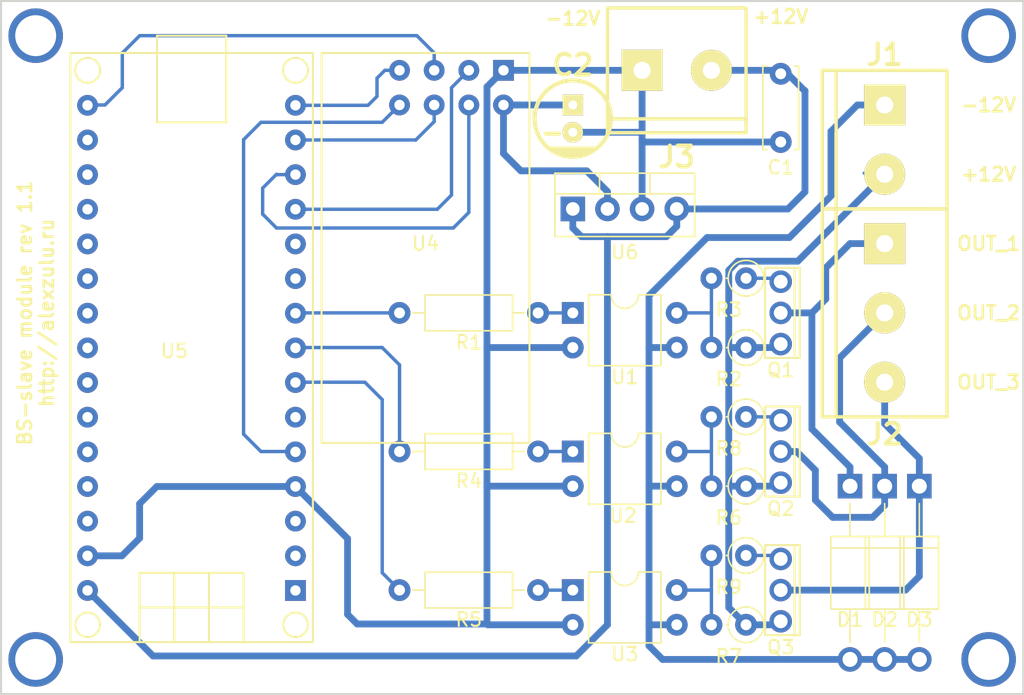
<source format=kicad_pcb>
(kicad_pcb (version 4) (host pcbnew 4.0.7-e2-6376~58~ubuntu16.04.1)

  (general
    (links 54)
    (no_connects 0)
    (area 17.470475 30.267 249.020001 96.620001)
    (thickness 1.6)
    (drawings 12)
    (tracks 173)
    (zones 0)
    (modules 30)
    (nets 45)
  )

  (page A4)
  (title_block
    (title "Bench shooting slave module")
    (rev 1.1)
    (company http://alexzulu.ru)
    (comment 2 alexzulu)
  )

  (layers
    (0 F.Cu signal)
    (31 B.Cu signal)
    (32 B.Adhes user)
    (33 F.Adhes user)
    (34 B.Paste user hide)
    (35 F.Paste user)
    (36 B.SilkS user hide)
    (37 F.SilkS user)
    (38 B.Mask user)
    (39 F.Mask user)
    (40 Dwgs.User user hide)
    (41 Cmts.User user)
    (42 Eco1.User user)
    (43 Eco2.User user)
    (44 Edge.Cuts user)
    (45 Margin user)
    (46 B.CrtYd user hide)
    (47 F.CrtYd user hide)
    (48 B.Fab user hide)
    (49 F.Fab user hide)
  )

  (setup
    (last_trace_width 0.25)
    (trace_clearance 0.2)
    (zone_clearance 0.508)
    (zone_45_only no)
    (trace_min 0.2)
    (segment_width 0.2)
    (edge_width 0.15)
    (via_size 0.6)
    (via_drill 0.4)
    (via_min_size 0.4)
    (via_min_drill 0.3)
    (uvia_size 0.3)
    (uvia_drill 0.1)
    (uvias_allowed no)
    (uvia_min_size 0.2)
    (uvia_min_drill 0.1)
    (pcb_text_width 0.3)
    (pcb_text_size 1.5 1.5)
    (mod_edge_width 0.15)
    (mod_text_size 1 1)
    (mod_text_width 0.15)
    (pad_size 4.0005 4.0005)
    (pad_drill 3)
    (pad_to_mask_clearance 0.2)
    (aux_axis_origin 0 0)
    (visible_elements 7FFFFFFF)
    (pcbplotparams
      (layerselection 0x00030_80000001)
      (usegerberextensions false)
      (usegerberattributes true)
      (excludeedgelayer true)
      (linewidth 0.100000)
      (plotframeref false)
      (viasonmask false)
      (mode 1)
      (useauxorigin false)
      (hpglpennumber 1)
      (hpglpenspeed 20)
      (hpglpendiameter 15)
      (hpglpenoverlay 2)
      (psnegative false)
      (psa4output false)
      (plotreference true)
      (plotvalue true)
      (plotinvisibletext false)
      (padsonsilk false)
      (subtractmaskfromsilk false)
      (outputformat 1)
      (mirror false)
      (drillshape 0)
      (scaleselection 1)
      (outputdirectory /home/alex/git/bench_shooting/))
  )

  (net 0 "")
  (net 1 "Net-(Q1-Pad1)")
  (net 2 "Net-(R1-Pad1)")
  (net 3 "Net-(R2-Pad2)")
  (net 4 /P_GND)
  (net 5 "Net-(Q2-Pad1)")
  (net 6 "Net-(Q3-Pad1)")
  (net 7 "Net-(R4-Pad1)")
  (net 8 "Net-(R5-Pad1)")
  (net 9 "Net-(R6-Pad2)")
  (net 10 "Net-(R7-Pad2)")
  (net 11 /P_VCC)
  (net 12 /OUT_1)
  (net 13 /OUT_2)
  (net 14 /OUT_3)
  (net 15 /IN_1)
  (net 16 /IN_2)
  (net 17 /IN_3)
  (net 18 /D_GND)
  (net 19 /CE/SS)
  (net 20 /SCK)
  (net 21 /MOSI)
  (net 22 /MISO)
  (net 23 /IRQ)
  (net 24 "Net-(U5-Pad1)")
  (net 25 "Net-(U5-Pad2)")
  (net 26 "Net-(U5-Pad3)")
  (net 27 "Net-(U5-Pad6)")
  (net 28 "Net-(U5-Pad10)")
  (net 29 "Net-(U5-Pad11)")
  (net 30 "Net-(U5-Pad17)")
  (net 31 "Net-(U5-Pad18)")
  (net 32 "Net-(U5-Pad19)")
  (net 33 "Net-(U5-Pad20)")
  (net 34 "Net-(U5-Pad21)")
  (net 35 "Net-(U5-Pad22)")
  (net 36 "Net-(U5-Pad23)")
  (net 37 "Net-(U5-Pad24)")
  (net 38 "Net-(U5-Pad25)")
  (net 39 "Net-(U5-Pad26)")
  (net 40 "Net-(U5-Pad27)")
  (net 41 "Net-(U5-Pad28)")
  (net 42 /D_VCC)
  (net 43 /3V3)
  (net 44 /SCN)

  (net_class Default "Это класс цепей по умолчанию."
    (clearance 0.2)
    (trace_width 0.25)
    (via_dia 0.6)
    (via_drill 0.4)
    (uvia_dia 0.3)
    (uvia_drill 0.1)
    (add_net /CE/SS)
    (add_net /IN_1)
    (add_net /IN_2)
    (add_net /IN_3)
    (add_net /IRQ)
    (add_net /MISO)
    (add_net /MOSI)
    (add_net /SCK)
    (add_net /SCN)
    (add_net "Net-(Q1-Pad1)")
    (add_net "Net-(Q2-Pad1)")
    (add_net "Net-(Q3-Pad1)")
    (add_net "Net-(R1-Pad1)")
    (add_net "Net-(R2-Pad2)")
    (add_net "Net-(R4-Pad1)")
    (add_net "Net-(R5-Pad1)")
    (add_net "Net-(R6-Pad2)")
    (add_net "Net-(R7-Pad2)")
    (add_net "Net-(U5-Pad1)")
    (add_net "Net-(U5-Pad10)")
    (add_net "Net-(U5-Pad11)")
    (add_net "Net-(U5-Pad17)")
    (add_net "Net-(U5-Pad18)")
    (add_net "Net-(U5-Pad19)")
    (add_net "Net-(U5-Pad2)")
    (add_net "Net-(U5-Pad20)")
    (add_net "Net-(U5-Pad21)")
    (add_net "Net-(U5-Pad22)")
    (add_net "Net-(U5-Pad23)")
    (add_net "Net-(U5-Pad24)")
    (add_net "Net-(U5-Pad25)")
    (add_net "Net-(U5-Pad26)")
    (add_net "Net-(U5-Pad27)")
    (add_net "Net-(U5-Pad28)")
    (add_net "Net-(U5-Pad3)")
    (add_net "Net-(U5-Pad6)")
  )

  (net_class Power ""
    (clearance 0.2)
    (trace_width 0.5)
    (via_dia 0.6)
    (via_drill 0.4)
    (uvia_dia 0.3)
    (uvia_drill 0.1)
    (add_net /3V3)
    (add_net /D_GND)
    (add_net /D_VCC)
    (add_net /OUT_1)
    (add_net /OUT_2)
    (add_net /OUT_3)
    (add_net /P_GND)
    (add_net /P_VCC)
  )

  (module nRF24x:nRF24L01-NA (layer F.Cu) (tedit 59F3094F) (tstamp 59F30CDF)
    (at 146.685 92.6846)
    (tags nrf24l)
    (path /59AE849D)
    (fp_text reference U4 (at 0 -1.27) (layer F.SilkS)
      (effects (font (size 1 1) (thickness 0.15)))
    )
    (fp_text value nRF24L01 (at 0 1.27) (layer F.Fab)
      (effects (font (size 1 1) (thickness 0.15)))
    )
    (fp_line (start 7.62 -15.24) (end -7.62 -15.24) (layer F.SilkS) (width 0.15))
    (fp_line (start -7.62 -15.24) (end -7.62 13.335) (layer F.SilkS) (width 0.15))
    (fp_line (start -7.62 13.335) (end 7.62 13.335) (layer F.SilkS) (width 0.15))
    (fp_line (start 7.62 13.335) (end 7.62 -15.24) (layer F.SilkS) (width 0.15))
    (pad 1 thru_hole rect (at 5.715 -13.97) (size 1.524 1.524) (drill 0.762) (layers *.Cu *.Mask)
      (net 18 /D_GND))
    (pad 5 thru_hole circle (at 0.635 -13.97) (size 1.524 1.524) (drill 0.762) (layers *.Cu *.Mask)
      (net 20 /SCK))
    (pad 7 thru_hole circle (at -1.905 -13.97) (size 1.524 1.524) (drill 0.762) (layers *.Cu *.Mask)
      (net 22 /MISO))
    (pad 8 thru_hole circle (at -1.905 -11.43) (size 1.524 1.524) (drill 0.762) (layers *.Cu *.Mask)
      (net 23 /IRQ))
    (pad 6 thru_hole circle (at 0.635 -11.43) (size 1.524 1.524) (drill 0.762) (layers *.Cu *.Mask)
      (net 21 /MOSI))
    (pad 4 thru_hole circle (at 3.175 -11.43) (size 1.524 1.524) (drill 0.762) (layers *.Cu *.Mask)
      (net 44 /SCN))
    (pad 2 thru_hole circle (at 5.715 -11.43) (size 1.524 1.524) (drill 0.762) (layers *.Cu *.Mask)
      (net 43 /3V3))
    (pad 3 thru_hole circle (at 3.175 -13.97) (size 1.524 1.524) (drill 0.762) (layers *.Cu *.Mask)
      (net 19 /CE/SS))
    (model "${KIPRJMOD}/mod/packages3d/Nordic NRF24L01_plus.wrl"
      (at (xyz 0.283 -0.532 0.102))
      (scale (xyz 1 1 1))
      (rotate (xyz 0 0 -90))
    )
  )

  (module Wire_Pads:SolderWirePad_single_1-5mmDrill (layer F.Cu) (tedit 59F367E1) (tstamp 59F36F58)
    (at 118.11 76.1746)
    (fp_text reference REF** (at 0 -3.81) (layer F.SilkS) hide
      (effects (font (size 1 1) (thickness 0.15)))
    )
    (fp_text value SolderWirePad_single_1-5mmDrill (at -0.635 3.81) (layer F.Fab)
      (effects (font (size 1 1) (thickness 0.15)))
    )
    (pad 1 thru_hole circle (at 0 0) (size 4.0005 4.0005) (drill 3) (layers *.Cu *.Mask))
  )

  (module Wire_Pads:SolderWirePad_single_1-5mmDrill (layer F.Cu) (tedit 59F367E9) (tstamp 59F36F54)
    (at 118.11 121.8946)
    (fp_text reference REF** (at 0 -3.81) (layer F.SilkS) hide
      (effects (font (size 1 1) (thickness 0.15)))
    )
    (fp_text value SolderWirePad_single_1-5mmDrill (at -0.635 3.81) (layer F.Fab)
      (effects (font (size 1 1) (thickness 0.15)))
    )
    (pad 1 thru_hole circle (at 0 0) (size 4.0005 4.0005) (drill 3) (layers *.Cu *.Mask))
  )

  (module Wire_Pads:SolderWirePad_single_1-5mmDrill (layer F.Cu) (tedit 59F367D2) (tstamp 59F36F50)
    (at 187.96 121.8946)
    (fp_text reference REF** (at 0 -3.81) (layer F.SilkS) hide
      (effects (font (size 1 1) (thickness 0.15)))
    )
    (fp_text value SolderWirePad_single_1-5mmDrill (at -0.635 3.81) (layer F.Fab)
      (effects (font (size 1 1) (thickness 0.15)))
    )
    (pad 1 thru_hole circle (at 0 0) (size 4.0005 4.0005) (drill 3) (layers *.Cu *.Mask))
  )

  (module Diodes_THT:D_DO-41_SOD81_P12.70mm_Horizontal (layer F.Cu) (tedit 59BCDD93) (tstamp 59E75D65)
    (at 182.88 109.1946 270)
    (descr "D, DO-41_SOD81 series, Axial, Horizontal, pin pitch=12.7mm, , length*diameter=5.2*2.7mm^2, , http://www.diodes.com/_files/packages/DO-41%20(Plastic).pdf")
    (tags "D DO-41_SOD81 series Axial Horizontal pin pitch 12.7mm  length 5.2mm diameter 2.7mm")
    (path /59ADDD2E)
    (fp_text reference D3 (at 9.779 0 360) (layer F.SilkS)
      (effects (font (size 1 1) (thickness 0.15)))
    )
    (fp_text value 1N4007 (at 6.35 2.41 270) (layer F.Fab)
      (effects (font (size 1 1) (thickness 0.15)))
    )
    (fp_text user %R (at 6.35 0 270) (layer F.Fab)
      (effects (font (size 1 1) (thickness 0.15)))
    )
    (fp_line (start 3.75 -1.35) (end 3.75 1.35) (layer F.Fab) (width 0.1))
    (fp_line (start 3.75 1.35) (end 8.95 1.35) (layer F.Fab) (width 0.1))
    (fp_line (start 8.95 1.35) (end 8.95 -1.35) (layer F.Fab) (width 0.1))
    (fp_line (start 8.95 -1.35) (end 3.75 -1.35) (layer F.Fab) (width 0.1))
    (fp_line (start 0 0) (end 3.75 0) (layer F.Fab) (width 0.1))
    (fp_line (start 12.7 0) (end 8.95 0) (layer F.Fab) (width 0.1))
    (fp_line (start 4.53 -1.35) (end 4.53 1.35) (layer F.Fab) (width 0.1))
    (fp_line (start 3.69 -1.41) (end 3.69 1.41) (layer F.SilkS) (width 0.12))
    (fp_line (start 3.69 1.41) (end 9.01 1.41) (layer F.SilkS) (width 0.12))
    (fp_line (start 9.01 1.41) (end 9.01 -1.41) (layer F.SilkS) (width 0.12))
    (fp_line (start 9.01 -1.41) (end 3.69 -1.41) (layer F.SilkS) (width 0.12))
    (fp_line (start 1.28 0) (end 3.69 0) (layer F.SilkS) (width 0.12))
    (fp_line (start 11.42 0) (end 9.01 0) (layer F.SilkS) (width 0.12))
    (fp_line (start 4.53 -1.41) (end 4.53 1.41) (layer F.SilkS) (width 0.12))
    (fp_line (start -1.35 -1.7) (end -1.35 1.7) (layer F.CrtYd) (width 0.05))
    (fp_line (start -1.35 1.7) (end 14.05 1.7) (layer F.CrtYd) (width 0.05))
    (fp_line (start 14.05 1.7) (end 14.05 -1.7) (layer F.CrtYd) (width 0.05))
    (fp_line (start 14.05 -1.7) (end -1.35 -1.7) (layer F.CrtYd) (width 0.05))
    (pad 1 thru_hole rect (at 0 0 270) (size 1.8 1.8) (drill 1.1) (layers *.Cu *.Mask)
      (net 14 /OUT_3))
    (pad 2 thru_hole oval (at 12.7 0 270) (size 1.8 1.8) (drill 1.1) (layers *.Cu *.Mask)
      (net 4 /P_GND))
    (model ${KISYS3DMOD}/Diodes_THT.3dshapes/D_DO-41_SOD81_P12.70mm_Horizontal.wrl
      (at (xyz 0 0 0))
      (scale (xyz 0.393701 0.393701 0.393701))
      (rotate (xyz 0 0 0))
    )
  )

  (module arduino:ArduinoNano (layer F.Cu) (tedit 59969971) (tstamp 59F30D6B)
    (at 129.54 99.0346)
    (tags "arduino nano")
    (path /59BC9DC0)
    (fp_text reference U5 (at -1.27 0.254 180) (layer F.SilkS)
      (effects (font (size 1 1) (thickness 0.15)))
    )
    (fp_text value ArduinoNano (at 1.016 0.254 90) (layer F.Fab)
      (effects (font (size 1 1) (thickness 0.15)))
    )
    (fp_line (start -8.89 -21.59) (end -8.89 21.59) (layer F.SilkS) (width 0.15))
    (fp_line (start -8.89 21.59) (end 8.89 21.59) (layer F.SilkS) (width 0.15))
    (fp_line (start 8.89 21.59) (end 8.89 -21.59) (layer F.SilkS) (width 0.15))
    (fp_line (start 8.89 -21.59) (end -8.89 -21.59) (layer F.SilkS) (width 0.15))
    (fp_circle (center 7.62 20.32) (end 6.985 19.685) (layer F.SilkS) (width 0.15))
    (fp_circle (center -7.62 20.32) (end -6.985 20.955) (layer F.SilkS) (width 0.15))
    (fp_circle (center -7.62 -20.32) (end -6.858 -19.812) (layer F.SilkS) (width 0.15))
    (fp_circle (center 7.62 -20.32) (end 8.128 -19.558) (layer F.SilkS) (width 0.15))
    (fp_line (start 0 16.51) (end 3.81 16.51) (layer F.SilkS) (width 0.15))
    (fp_line (start 3.81 16.51) (end 3.81 21.59) (layer F.SilkS) (width 0.15))
    (fp_line (start 0 16.51) (end -3.81 16.51) (layer F.SilkS) (width 0.15))
    (fp_line (start -3.81 16.51) (end -3.81 21.59) (layer F.SilkS) (width 0.15))
    (fp_line (start -1.27 21.59) (end -1.27 16.51) (layer F.SilkS) (width 0.15))
    (fp_line (start 1.27 21.59) (end 1.27 16.51) (layer F.SilkS) (width 0.15))
    (fp_line (start -3.81 19.05) (end 3.81 19.05) (layer F.SilkS) (width 0.15))
    (fp_line (start -2.54 -22.86) (end 2.54 -22.86) (layer F.SilkS) (width 0.15))
    (fp_line (start 2.54 -22.86) (end 2.54 -16.51) (layer F.SilkS) (width 0.15))
    (fp_line (start 2.54 -16.51) (end -2.54 -16.51) (layer F.SilkS) (width 0.15))
    (fp_line (start -2.54 -16.51) (end -2.54 -22.86) (layer F.SilkS) (width 0.15))
    (pad 1 thru_hole rect (at 7.61184 17.80448) (size 1.524 1.524) (drill 0.762) (layers *.Cu *.Mask)
      (net 24 "Net-(U5-Pad1)"))
    (pad 2 thru_hole circle (at 7.61184 15.26448) (size 1.524 1.524) (drill 0.762) (layers *.Cu *.Mask)
      (net 25 "Net-(U5-Pad2)"))
    (pad 3 thru_hole circle (at 7.61184 12.72448) (size 1.524 1.524) (drill 0.762) (layers *.Cu *.Mask)
      (net 26 "Net-(U5-Pad3)"))
    (pad 4 thru_hole circle (at 7.61184 10.18448) (size 1.524 1.524) (drill 0.762) (layers *.Cu *.Mask)
      (net 18 /D_GND))
    (pad 5 thru_hole circle (at 7.61184 7.64448) (size 1.524 1.524) (drill 0.762) (layers *.Cu *.Mask)
      (net 23 /IRQ))
    (pad 6 thru_hole circle (at 7.61184 5.10448) (size 1.524 1.524) (drill 0.762) (layers *.Cu *.Mask)
      (net 27 "Net-(U5-Pad6)"))
    (pad 7 thru_hole circle (at 7.61184 2.56448) (size 1.524 1.524) (drill 0.762) (layers *.Cu *.Mask)
      (net 17 /IN_3))
    (pad 8 thru_hole circle (at 7.61184 0.02448) (size 1.524 1.524) (drill 0.762) (layers *.Cu *.Mask)
      (net 16 /IN_2))
    (pad 9 thru_hole circle (at 7.61184 -2.51552) (size 1.524 1.524) (drill 0.762) (layers *.Cu *.Mask)
      (net 15 /IN_1))
    (pad 10 thru_hole circle (at 7.61184 -5.05552) (size 1.524 1.524) (drill 0.762) (layers *.Cu *.Mask)
      (net 28 "Net-(U5-Pad10)"))
    (pad 11 thru_hole circle (at 7.61184 -7.59552) (size 1.524 1.524) (drill 0.762) (layers *.Cu *.Mask)
      (net 29 "Net-(U5-Pad11)"))
    (pad 12 thru_hole circle (at 7.61184 -10.13552) (size 1.524 1.524) (drill 0.762) (layers *.Cu *.Mask)
      (net 19 /CE/SS))
    (pad 13 thru_hole circle (at 7.61184 -12.67552) (size 1.524 1.524) (drill 0.762) (layers *.Cu *.Mask)
      (net 44 /SCN))
    (pad 14 thru_hole circle (at 7.61184 -15.21552) (size 1.524 1.524) (drill 0.762) (layers *.Cu *.Mask)
      (net 21 /MOSI))
    (pad 15 thru_hole circle (at 7.61184 -17.75552) (size 1.524 1.524) (drill 0.762) (layers *.Cu *.Mask)
      (net 22 /MISO))
    (pad 16 thru_hole circle (at -7.62816 -17.75552) (size 1.524 1.524) (drill 0.762) (layers *.Cu *.Mask)
      (net 20 /SCK))
    (pad 17 thru_hole circle (at -7.62816 -15.21552) (size 1.524 1.524) (drill 0.762) (layers *.Cu *.Mask)
      (net 30 "Net-(U5-Pad17)"))
    (pad 18 thru_hole circle (at -7.62816 -12.67552) (size 1.524 1.524) (drill 0.762) (layers *.Cu *.Mask)
      (net 31 "Net-(U5-Pad18)"))
    (pad 19 thru_hole circle (at -7.62816 -10.13552) (size 1.524 1.524) (drill 0.762) (layers *.Cu *.Mask)
      (net 32 "Net-(U5-Pad19)"))
    (pad 20 thru_hole circle (at -7.62816 -7.59552) (size 1.524 1.524) (drill 0.762) (layers *.Cu *.Mask)
      (net 33 "Net-(U5-Pad20)"))
    (pad 21 thru_hole circle (at -7.62816 -5.05552) (size 1.524 1.524) (drill 0.762) (layers *.Cu *.Mask)
      (net 34 "Net-(U5-Pad21)"))
    (pad 22 thru_hole circle (at -7.62816 -2.51552) (size 1.524 1.524) (drill 0.762) (layers *.Cu *.Mask)
      (net 35 "Net-(U5-Pad22)"))
    (pad 23 thru_hole circle (at -7.62816 0.02448) (size 1.524 1.524) (drill 0.762) (layers *.Cu *.Mask)
      (net 36 "Net-(U5-Pad23)"))
    (pad 24 thru_hole circle (at -7.62816 2.56448) (size 1.524 1.524) (drill 0.762) (layers *.Cu *.Mask)
      (net 37 "Net-(U5-Pad24)"))
    (pad 25 thru_hole circle (at -7.62816 5.10448) (size 1.524 1.524) (drill 0.762) (layers *.Cu *.Mask)
      (net 38 "Net-(U5-Pad25)"))
    (pad 26 thru_hole circle (at -7.62816 7.64448) (size 1.524 1.524) (drill 0.762) (layers *.Cu *.Mask)
      (net 39 "Net-(U5-Pad26)"))
    (pad 27 thru_hole circle (at -7.62816 10.18448) (size 1.524 1.524) (drill 0.762) (layers *.Cu *.Mask)
      (net 40 "Net-(U5-Pad27)"))
    (pad 28 thru_hole circle (at -7.62816 12.72448) (size 1.524 1.524) (drill 0.762) (layers *.Cu *.Mask)
      (net 41 "Net-(U5-Pad28)"))
    (pad 29 thru_hole circle (at -7.62816 15.26448) (size 1.524 1.524) (drill 0.762) (layers *.Cu *.Mask)
      (net 18 /D_GND))
    (pad 30 thru_hole circle (at -7.62816 17.80448) (size 1.524 1.524) (drill 0.762) (layers *.Cu *.Mask)
      (net 42 /D_VCC))
    (model ${KIPRJMOD}/mod/packages3d/Nano-Rev3_0.wrl
      (at (xyz -0.003 0.013 0.1))
      (scale (xyz 1 1 1))
      (rotate (xyz 0 0 -90))
    )
  )

  (module Resistors_THT:R_Axial_DIN0207_L6.3mm_D2.5mm_P2.54mm_Vertical (layer F.Cu) (tedit 5874F706) (tstamp 59ADD0D1)
    (at 170.18 99.0346 180)
    (descr "Resistor, Axial_DIN0207 series, Axial, Vertical, pin pitch=2.54mm, 0.25W = 1/4W, length*diameter=6.3*2.5mm^2, http://cdn-reichelt.de/documents/datenblatt/B400/1_4W%23YAG.pdf")
    (tags "Resistor Axial_DIN0207 series Axial Vertical pin pitch 2.54mm 0.25W = 1/4W length 6.3mm diameter 2.5mm")
    (path /59AB9AFB)
    (fp_text reference R2 (at 1.27 -2.31 180) (layer F.SilkS)
      (effects (font (size 1 1) (thickness 0.15)))
    )
    (fp_text value 10k (at 1.27 2.31 180) (layer F.Fab)
      (effects (font (size 1 1) (thickness 0.15)))
    )
    (fp_circle (center 0 0) (end 1.25 0) (layer F.Fab) (width 0.1))
    (fp_circle (center 0 0) (end 1.31 0) (layer F.SilkS) (width 0.12))
    (fp_line (start 0 0) (end 2.54 0) (layer F.Fab) (width 0.1))
    (fp_line (start 1.31 0) (end 1.44 0) (layer F.SilkS) (width 0.12))
    (fp_line (start -1.6 -1.6) (end -1.6 1.6) (layer F.CrtYd) (width 0.05))
    (fp_line (start -1.6 1.6) (end 3.65 1.6) (layer F.CrtYd) (width 0.05))
    (fp_line (start 3.65 1.6) (end 3.65 -1.6) (layer F.CrtYd) (width 0.05))
    (fp_line (start 3.65 -1.6) (end -1.6 -1.6) (layer F.CrtYd) (width 0.05))
    (pad 1 thru_hole circle (at 0 0 180) (size 1.6 1.6) (drill 0.8) (layers *.Cu *.Mask)
      (net 11 /P_VCC))
    (pad 2 thru_hole oval (at 2.54 0 180) (size 1.6 1.6) (drill 0.8) (layers *.Cu *.Mask)
      (net 3 "Net-(R2-Pad2)"))
    (model ${KISYS3DMOD}/Resistors_THT.3dshapes/R_Axial_DIN0207_L6.3mm_D2.5mm_P2.54mm_Vertical.wrl
      (at (xyz 0 0 0))
      (scale (xyz 0.393701 0.393701 0.393701))
      (rotate (xyz 0 0 0))
    )
  )

  (module TO_SOT_Packages_THT:TO-251AA (layer F.Cu) (tedit 55C5C1AD) (tstamp 59AB9CDD)
    (at 172.72 94.2086 270)
    (descr "IPAK / TO-251AA 3-lead THT package")
    (tags "ipak to-251aa to-251")
    (path /59ABA5E2)
    (fp_text reference Q1 (at 6.477 0 540) (layer F.SilkS)
      (effects (font (size 1 1) (thickness 0.15)))
    )
    (fp_text value IRFU9024N (at 2.025 -2.375 450) (layer F.Fab)
      (effects (font (size 1 1) (thickness 0.15)))
    )
    (fp_line (start 5.8 -1.6) (end 5.8 1.4) (layer F.CrtYd) (width 0.05))
    (fp_line (start -1.3 -1.6) (end -1.3 1.4) (layer F.CrtYd) (width 0.05))
    (fp_line (start -1.3 1.4) (end 5.8 1.4) (layer F.CrtYd) (width 0.05))
    (fp_line (start -1.3 -1.6) (end 5.8 -1.6) (layer F.CrtYd) (width 0.05))
    (fp_line (start 5.588 -1.016) (end -1.016 -1.016) (layer F.SilkS) (width 0.15))
    (fp_line (start 5.588 0) (end 5.588 -1.397) (layer F.SilkS) (width 0.15))
    (fp_line (start 5.588 -1.397) (end -1.016 -1.397) (layer F.SilkS) (width 0.15))
    (fp_line (start -1.016 -1.397) (end -1.016 1.143) (layer F.SilkS) (width 0.15))
    (fp_line (start -1.016 1.143) (end 5.588 1.143) (layer F.SilkS) (width 0.15))
    (fp_line (start 5.588 1.143) (end 5.588 0) (layer F.SilkS) (width 0.15))
    (pad 2 thru_hole circle (at 2.286 0 90) (size 1.651 1.651) (drill 1.016) (layers *.Cu *.Mask)
      (net 12 /OUT_1))
    (pad 3 thru_hole circle (at 4.572 0 90) (size 1.651 1.651) (drill 1.016) (layers *.Cu *.Mask)
      (net 11 /P_VCC))
    (pad 1 thru_hole circle (at 0 0 90) (size 1.651 1.651) (drill 1.016) (layers *.Cu *.Mask)
      (net 1 "Net-(Q1-Pad1)"))
  )

  (module Resistors_THT:R_Axial_DIN0207_L6.3mm_D2.5mm_P2.54mm_Vertical (layer F.Cu) (tedit 5874F706) (tstamp 59ADD0D7)
    (at 170.18 93.9546 180)
    (descr "Resistor, Axial_DIN0207 series, Axial, Vertical, pin pitch=2.54mm, 0.25W = 1/4W, length*diameter=6.3*2.5mm^2, http://cdn-reichelt.de/documents/datenblatt/B400/1_4W%23YAG.pdf")
    (tags "Resistor Axial_DIN0207 series Axial Vertical pin pitch 2.54mm 0.25W = 1/4W length 6.3mm diameter 2.5mm")
    (path /59AB9A32)
    (fp_text reference R3 (at 1.27 -2.31 180) (layer F.SilkS)
      (effects (font (size 1 1) (thickness 0.15)))
    )
    (fp_text value 100 (at 1.27 2.31 180) (layer F.Fab)
      (effects (font (size 1 1) (thickness 0.15)))
    )
    (fp_circle (center 0 0) (end 1.25 0) (layer F.Fab) (width 0.1))
    (fp_circle (center 0 0) (end 1.31 0) (layer F.SilkS) (width 0.12))
    (fp_line (start 0 0) (end 2.54 0) (layer F.Fab) (width 0.1))
    (fp_line (start 1.31 0) (end 1.44 0) (layer F.SilkS) (width 0.12))
    (fp_line (start -1.6 -1.6) (end -1.6 1.6) (layer F.CrtYd) (width 0.05))
    (fp_line (start -1.6 1.6) (end 3.65 1.6) (layer F.CrtYd) (width 0.05))
    (fp_line (start 3.65 1.6) (end 3.65 -1.6) (layer F.CrtYd) (width 0.05))
    (fp_line (start 3.65 -1.6) (end -1.6 -1.6) (layer F.CrtYd) (width 0.05))
    (pad 1 thru_hole circle (at 0 0 180) (size 1.6 1.6) (drill 0.8) (layers *.Cu *.Mask)
      (net 1 "Net-(Q1-Pad1)"))
    (pad 2 thru_hole oval (at 2.54 0 180) (size 1.6 1.6) (drill 0.8) (layers *.Cu *.Mask)
      (net 3 "Net-(R2-Pad2)"))
    (model ${KISYS3DMOD}/Resistors_THT.3dshapes/R_Axial_DIN0207_L6.3mm_D2.5mm_P2.54mm_Vertical.wrl
      (at (xyz 0 0 0))
      (scale (xyz 0.393701 0.393701 0.393701))
      (rotate (xyz 0 0 0))
    )
  )

  (module TO_SOT_Packages_THT:TO-251AA (layer F.Cu) (tedit 55C5C1AD) (tstamp 59ADD4EF)
    (at 172.72 104.3686 270)
    (descr "IPAK / TO-251AA 3-lead THT package")
    (tags "ipak to-251aa to-251")
    (path /59ADD6AF)
    (fp_text reference Q2 (at 6.477 0 540) (layer F.SilkS)
      (effects (font (size 1 1) (thickness 0.15)))
    )
    (fp_text value IRFU9024N (at 2.025 -2.375 450) (layer F.Fab)
      (effects (font (size 1 1) (thickness 0.15)))
    )
    (fp_line (start 5.8 -1.6) (end 5.8 1.4) (layer F.CrtYd) (width 0.05))
    (fp_line (start -1.3 -1.6) (end -1.3 1.4) (layer F.CrtYd) (width 0.05))
    (fp_line (start -1.3 1.4) (end 5.8 1.4) (layer F.CrtYd) (width 0.05))
    (fp_line (start -1.3 -1.6) (end 5.8 -1.6) (layer F.CrtYd) (width 0.05))
    (fp_line (start 5.588 -1.016) (end -1.016 -1.016) (layer F.SilkS) (width 0.15))
    (fp_line (start 5.588 0) (end 5.588 -1.397) (layer F.SilkS) (width 0.15))
    (fp_line (start 5.588 -1.397) (end -1.016 -1.397) (layer F.SilkS) (width 0.15))
    (fp_line (start -1.016 -1.397) (end -1.016 1.143) (layer F.SilkS) (width 0.15))
    (fp_line (start -1.016 1.143) (end 5.588 1.143) (layer F.SilkS) (width 0.15))
    (fp_line (start 5.588 1.143) (end 5.588 0) (layer F.SilkS) (width 0.15))
    (pad 2 thru_hole circle (at 2.286 0 90) (size 1.651 1.651) (drill 1.016) (layers *.Cu *.Mask)
      (net 13 /OUT_2))
    (pad 3 thru_hole circle (at 4.572 0 90) (size 1.651 1.651) (drill 1.016) (layers *.Cu *.Mask)
      (net 11 /P_VCC))
    (pad 1 thru_hole circle (at 0 0 90) (size 1.651 1.651) (drill 1.016) (layers *.Cu *.Mask)
      (net 5 "Net-(Q2-Pad1)"))
  )

  (module TO_SOT_Packages_THT:TO-251AA (layer F.Cu) (tedit 55C5C1AD) (tstamp 59ADD4F6)
    (at 172.72 114.5286 270)
    (descr "IPAK / TO-251AA 3-lead THT package")
    (tags "ipak to-251aa to-251")
    (path /59ADDD39)
    (fp_text reference Q3 (at 6.477 0 540) (layer F.SilkS)
      (effects (font (size 1 1) (thickness 0.15)))
    )
    (fp_text value IRFU9024N (at 2.025 -2.375 450) (layer F.Fab)
      (effects (font (size 1 1) (thickness 0.15)))
    )
    (fp_line (start 5.8 -1.6) (end 5.8 1.4) (layer F.CrtYd) (width 0.05))
    (fp_line (start -1.3 -1.6) (end -1.3 1.4) (layer F.CrtYd) (width 0.05))
    (fp_line (start -1.3 1.4) (end 5.8 1.4) (layer F.CrtYd) (width 0.05))
    (fp_line (start -1.3 -1.6) (end 5.8 -1.6) (layer F.CrtYd) (width 0.05))
    (fp_line (start 5.588 -1.016) (end -1.016 -1.016) (layer F.SilkS) (width 0.15))
    (fp_line (start 5.588 0) (end 5.588 -1.397) (layer F.SilkS) (width 0.15))
    (fp_line (start 5.588 -1.397) (end -1.016 -1.397) (layer F.SilkS) (width 0.15))
    (fp_line (start -1.016 -1.397) (end -1.016 1.143) (layer F.SilkS) (width 0.15))
    (fp_line (start -1.016 1.143) (end 5.588 1.143) (layer F.SilkS) (width 0.15))
    (fp_line (start 5.588 1.143) (end 5.588 0) (layer F.SilkS) (width 0.15))
    (pad 2 thru_hole circle (at 2.286 0 90) (size 1.651 1.651) (drill 1.016) (layers *.Cu *.Mask)
      (net 14 /OUT_3))
    (pad 3 thru_hole circle (at 4.572 0 90) (size 1.651 1.651) (drill 1.016) (layers *.Cu *.Mask)
      (net 11 /P_VCC))
    (pad 1 thru_hole circle (at 0 0 90) (size 1.651 1.651) (drill 1.016) (layers *.Cu *.Mask)
      (net 6 "Net-(Q3-Pad1)"))
  )

  (module Resistors_THT:R_Axial_DIN0207_L6.3mm_D2.5mm_P2.54mm_Vertical (layer F.Cu) (tedit 5874F706) (tstamp 59ADD508)
    (at 170.18 109.1946 180)
    (descr "Resistor, Axial_DIN0207 series, Axial, Vertical, pin pitch=2.54mm, 0.25W = 1/4W, length*diameter=6.3*2.5mm^2, http://cdn-reichelt.de/documents/datenblatt/B400/1_4W%23YAG.pdf")
    (tags "Resistor Axial_DIN0207 series Axial Vertical pin pitch 2.54mm 0.25W = 1/4W length 6.3mm diameter 2.5mm")
    (path /59ADD6C1)
    (fp_text reference R6 (at 1.27 -2.31 180) (layer F.SilkS)
      (effects (font (size 1 1) (thickness 0.15)))
    )
    (fp_text value R (at 1.27 2.31 180) (layer F.Fab)
      (effects (font (size 1 1) (thickness 0.15)))
    )
    (fp_circle (center 0 0) (end 1.25 0) (layer F.Fab) (width 0.1))
    (fp_circle (center 0 0) (end 1.31 0) (layer F.SilkS) (width 0.12))
    (fp_line (start 0 0) (end 2.54 0) (layer F.Fab) (width 0.1))
    (fp_line (start 1.31 0) (end 1.44 0) (layer F.SilkS) (width 0.12))
    (fp_line (start -1.6 -1.6) (end -1.6 1.6) (layer F.CrtYd) (width 0.05))
    (fp_line (start -1.6 1.6) (end 3.65 1.6) (layer F.CrtYd) (width 0.05))
    (fp_line (start 3.65 1.6) (end 3.65 -1.6) (layer F.CrtYd) (width 0.05))
    (fp_line (start 3.65 -1.6) (end -1.6 -1.6) (layer F.CrtYd) (width 0.05))
    (pad 1 thru_hole circle (at 0 0 180) (size 1.6 1.6) (drill 0.8) (layers *.Cu *.Mask)
      (net 11 /P_VCC))
    (pad 2 thru_hole oval (at 2.54 0 180) (size 1.6 1.6) (drill 0.8) (layers *.Cu *.Mask)
      (net 9 "Net-(R6-Pad2)"))
    (model ${KISYS3DMOD}/Resistors_THT.3dshapes/R_Axial_DIN0207_L6.3mm_D2.5mm_P2.54mm_Vertical.wrl
      (at (xyz 0 0 0))
      (scale (xyz 0.393701 0.393701 0.393701))
      (rotate (xyz 0 0 0))
    )
  )

  (module Resistors_THT:R_Axial_DIN0207_L6.3mm_D2.5mm_P2.54mm_Vertical (layer F.Cu) (tedit 5874F706) (tstamp 59ADD50E)
    (at 170.18 119.3546 180)
    (descr "Resistor, Axial_DIN0207 series, Axial, Vertical, pin pitch=2.54mm, 0.25W = 1/4W, length*diameter=6.3*2.5mm^2, http://cdn-reichelt.de/documents/datenblatt/B400/1_4W%23YAG.pdf")
    (tags "Resistor Axial_DIN0207 series Axial Vertical pin pitch 2.54mm 0.25W = 1/4W length 6.3mm diameter 2.5mm")
    (path /59ADDD4B)
    (fp_text reference R7 (at 1.27 -2.31 180) (layer F.SilkS)
      (effects (font (size 1 1) (thickness 0.15)))
    )
    (fp_text value R (at 1.27 2.31 180) (layer F.Fab)
      (effects (font (size 1 1) (thickness 0.15)))
    )
    (fp_circle (center 0 0) (end 1.25 0) (layer F.Fab) (width 0.1))
    (fp_circle (center 0 0) (end 1.31 0) (layer F.SilkS) (width 0.12))
    (fp_line (start 0 0) (end 2.54 0) (layer F.Fab) (width 0.1))
    (fp_line (start 1.31 0) (end 1.44 0) (layer F.SilkS) (width 0.12))
    (fp_line (start -1.6 -1.6) (end -1.6 1.6) (layer F.CrtYd) (width 0.05))
    (fp_line (start -1.6 1.6) (end 3.65 1.6) (layer F.CrtYd) (width 0.05))
    (fp_line (start 3.65 1.6) (end 3.65 -1.6) (layer F.CrtYd) (width 0.05))
    (fp_line (start 3.65 -1.6) (end -1.6 -1.6) (layer F.CrtYd) (width 0.05))
    (pad 1 thru_hole circle (at 0 0 180) (size 1.6 1.6) (drill 0.8) (layers *.Cu *.Mask)
      (net 11 /P_VCC))
    (pad 2 thru_hole oval (at 2.54 0 180) (size 1.6 1.6) (drill 0.8) (layers *.Cu *.Mask)
      (net 10 "Net-(R7-Pad2)"))
    (model ${KISYS3DMOD}/Resistors_THT.3dshapes/R_Axial_DIN0207_L6.3mm_D2.5mm_P2.54mm_Vertical.wrl
      (at (xyz 0 0 0))
      (scale (xyz 0.393701 0.393701 0.393701))
      (rotate (xyz 0 0 0))
    )
  )

  (module Resistors_THT:R_Axial_DIN0207_L6.3mm_D2.5mm_P2.54mm_Vertical (layer F.Cu) (tedit 5874F706) (tstamp 59ADD514)
    (at 170.18 104.1146 180)
    (descr "Resistor, Axial_DIN0207 series, Axial, Vertical, pin pitch=2.54mm, 0.25W = 1/4W, length*diameter=6.3*2.5mm^2, http://cdn-reichelt.de/documents/datenblatt/B400/1_4W%23YAG.pdf")
    (tags "Resistor Axial_DIN0207 series Axial Vertical pin pitch 2.54mm 0.25W = 1/4W length 6.3mm diameter 2.5mm")
    (path /59ADD6C7)
    (fp_text reference R8 (at 1.27 -2.31 180) (layer F.SilkS)
      (effects (font (size 1 1) (thickness 0.15)))
    )
    (fp_text value R (at 1.27 2.31 180) (layer F.Fab)
      (effects (font (size 1 1) (thickness 0.15)))
    )
    (fp_circle (center 0 0) (end 1.25 0) (layer F.Fab) (width 0.1))
    (fp_circle (center 0 0) (end 1.31 0) (layer F.SilkS) (width 0.12))
    (fp_line (start 0 0) (end 2.54 0) (layer F.Fab) (width 0.1))
    (fp_line (start 1.31 0) (end 1.44 0) (layer F.SilkS) (width 0.12))
    (fp_line (start -1.6 -1.6) (end -1.6 1.6) (layer F.CrtYd) (width 0.05))
    (fp_line (start -1.6 1.6) (end 3.65 1.6) (layer F.CrtYd) (width 0.05))
    (fp_line (start 3.65 1.6) (end 3.65 -1.6) (layer F.CrtYd) (width 0.05))
    (fp_line (start 3.65 -1.6) (end -1.6 -1.6) (layer F.CrtYd) (width 0.05))
    (pad 1 thru_hole circle (at 0 0 180) (size 1.6 1.6) (drill 0.8) (layers *.Cu *.Mask)
      (net 5 "Net-(Q2-Pad1)"))
    (pad 2 thru_hole oval (at 2.54 0 180) (size 1.6 1.6) (drill 0.8) (layers *.Cu *.Mask)
      (net 9 "Net-(R6-Pad2)"))
    (model ${KISYS3DMOD}/Resistors_THT.3dshapes/R_Axial_DIN0207_L6.3mm_D2.5mm_P2.54mm_Vertical.wrl
      (at (xyz 0 0 0))
      (scale (xyz 0.393701 0.393701 0.393701))
      (rotate (xyz 0 0 0))
    )
  )

  (module Resistors_THT:R_Axial_DIN0207_L6.3mm_D2.5mm_P2.54mm_Vertical (layer F.Cu) (tedit 5874F706) (tstamp 59ADD51A)
    (at 170.18 114.2746 180)
    (descr "Resistor, Axial_DIN0207 series, Axial, Vertical, pin pitch=2.54mm, 0.25W = 1/4W, length*diameter=6.3*2.5mm^2, http://cdn-reichelt.de/documents/datenblatt/B400/1_4W%23YAG.pdf")
    (tags "Resistor Axial_DIN0207 series Axial Vertical pin pitch 2.54mm 0.25W = 1/4W length 6.3mm diameter 2.5mm")
    (path /59ADDD51)
    (fp_text reference R9 (at 1.27 -2.31 180) (layer F.SilkS)
      (effects (font (size 1 1) (thickness 0.15)))
    )
    (fp_text value R (at 1.27 2.31 180) (layer F.Fab)
      (effects (font (size 1 1) (thickness 0.15)))
    )
    (fp_circle (center 0 0) (end 1.25 0) (layer F.Fab) (width 0.1))
    (fp_circle (center 0 0) (end 1.31 0) (layer F.SilkS) (width 0.12))
    (fp_line (start 0 0) (end 2.54 0) (layer F.Fab) (width 0.1))
    (fp_line (start 1.31 0) (end 1.44 0) (layer F.SilkS) (width 0.12))
    (fp_line (start -1.6 -1.6) (end -1.6 1.6) (layer F.CrtYd) (width 0.05))
    (fp_line (start -1.6 1.6) (end 3.65 1.6) (layer F.CrtYd) (width 0.05))
    (fp_line (start 3.65 1.6) (end 3.65 -1.6) (layer F.CrtYd) (width 0.05))
    (fp_line (start 3.65 -1.6) (end -1.6 -1.6) (layer F.CrtYd) (width 0.05))
    (pad 1 thru_hole circle (at 0 0 180) (size 1.6 1.6) (drill 0.8) (layers *.Cu *.Mask)
      (net 6 "Net-(Q3-Pad1)"))
    (pad 2 thru_hole oval (at 2.54 0 180) (size 1.6 1.6) (drill 0.8) (layers *.Cu *.Mask)
      (net 10 "Net-(R7-Pad2)"))
    (model ${KISYS3DMOD}/Resistors_THT.3dshapes/R_Axial_DIN0207_L6.3mm_D2.5mm_P2.54mm_Vertical.wrl
      (at (xyz 0 0 0))
      (scale (xyz 0.393701 0.393701 0.393701))
      (rotate (xyz 0 0 0))
    )
  )

  (module Resistors_THT:R_Axial_DIN0207_L6.3mm_D2.5mm_P10.16mm_Horizontal (layer F.Cu) (tedit 59BCA77A) (tstamp 59AE8E4F)
    (at 154.94 96.4946 180)
    (descr "Resistor, Axial_DIN0207 series, Axial, Horizontal, pin pitch=10.16mm, 0.25W = 1/4W, length*diameter=6.3*2.5mm^2, http://cdn-reichelt.de/documents/datenblatt/B400/1_4W%23YAG.pdf")
    (tags "Resistor Axial_DIN0207 series Axial Horizontal pin pitch 10.16mm 0.25W = 1/4W length 6.3mm diameter 2.5mm")
    (path /59AB9BDC)
    (fp_text reference R1 (at 5.08 -2.159 180) (layer F.SilkS)
      (effects (font (size 1 1) (thickness 0.15)))
    )
    (fp_text value 470 (at 5.08 2.31 180) (layer F.Fab)
      (effects (font (size 1 1) (thickness 0.15)))
    )
    (fp_line (start 1.93 -1.25) (end 1.93 1.25) (layer F.Fab) (width 0.1))
    (fp_line (start 1.93 1.25) (end 8.23 1.25) (layer F.Fab) (width 0.1))
    (fp_line (start 8.23 1.25) (end 8.23 -1.25) (layer F.Fab) (width 0.1))
    (fp_line (start 8.23 -1.25) (end 1.93 -1.25) (layer F.Fab) (width 0.1))
    (fp_line (start 0 0) (end 1.93 0) (layer F.Fab) (width 0.1))
    (fp_line (start 10.16 0) (end 8.23 0) (layer F.Fab) (width 0.1))
    (fp_line (start 1.87 -1.31) (end 1.87 1.31) (layer F.SilkS) (width 0.12))
    (fp_line (start 1.87 1.31) (end 8.29 1.31) (layer F.SilkS) (width 0.12))
    (fp_line (start 8.29 1.31) (end 8.29 -1.31) (layer F.SilkS) (width 0.12))
    (fp_line (start 8.29 -1.31) (end 1.87 -1.31) (layer F.SilkS) (width 0.12))
    (fp_line (start 0.98 0) (end 1.87 0) (layer F.SilkS) (width 0.12))
    (fp_line (start 9.18 0) (end 8.29 0) (layer F.SilkS) (width 0.12))
    (fp_line (start -1.05 -1.6) (end -1.05 1.6) (layer F.CrtYd) (width 0.05))
    (fp_line (start -1.05 1.6) (end 11.25 1.6) (layer F.CrtYd) (width 0.05))
    (fp_line (start 11.25 1.6) (end 11.25 -1.6) (layer F.CrtYd) (width 0.05))
    (fp_line (start 11.25 -1.6) (end -1.05 -1.6) (layer F.CrtYd) (width 0.05))
    (pad 1 thru_hole circle (at 0 0 180) (size 1.6 1.6) (drill 0.8) (layers *.Cu *.Mask)
      (net 2 "Net-(R1-Pad1)"))
    (pad 2 thru_hole oval (at 10.16 0 180) (size 1.6 1.6) (drill 0.8) (layers *.Cu *.Mask)
      (net 15 /IN_1))
    (model ${KISYS3DMOD}/Resistors_THT.3dshapes/R_Axial_DIN0207_L6.3mm_D2.5mm_P10.16mm_Horizontal.wrl
      (at (xyz 0 0 0))
      (scale (xyz 0.393701 0.393701 0.393701))
      (rotate (xyz 0 0 0))
    )
  )

  (module Resistors_THT:R_Axial_DIN0207_L6.3mm_D2.5mm_P10.16mm_Horizontal (layer F.Cu) (tedit 59BCA76B) (tstamp 59AE8E55)
    (at 154.94 106.6546 180)
    (descr "Resistor, Axial_DIN0207 series, Axial, Horizontal, pin pitch=10.16mm, 0.25W = 1/4W, length*diameter=6.3*2.5mm^2, http://cdn-reichelt.de/documents/datenblatt/B400/1_4W%23YAG.pdf")
    (tags "Resistor Axial_DIN0207 series Axial Horizontal pin pitch 10.16mm 0.25W = 1/4W length 6.3mm diameter 2.5mm")
    (path /59ADD6BB)
    (fp_text reference R4 (at 5.08 -2.159 180) (layer F.SilkS)
      (effects (font (size 1 1) (thickness 0.15)))
    )
    (fp_text value R (at 5.08 2.31 180) (layer F.Fab)
      (effects (font (size 1 1) (thickness 0.15)))
    )
    (fp_line (start 1.93 -1.25) (end 1.93 1.25) (layer F.Fab) (width 0.1))
    (fp_line (start 1.93 1.25) (end 8.23 1.25) (layer F.Fab) (width 0.1))
    (fp_line (start 8.23 1.25) (end 8.23 -1.25) (layer F.Fab) (width 0.1))
    (fp_line (start 8.23 -1.25) (end 1.93 -1.25) (layer F.Fab) (width 0.1))
    (fp_line (start 0 0) (end 1.93 0) (layer F.Fab) (width 0.1))
    (fp_line (start 10.16 0) (end 8.23 0) (layer F.Fab) (width 0.1))
    (fp_line (start 1.87 -1.31) (end 1.87 1.31) (layer F.SilkS) (width 0.12))
    (fp_line (start 1.87 1.31) (end 8.29 1.31) (layer F.SilkS) (width 0.12))
    (fp_line (start 8.29 1.31) (end 8.29 -1.31) (layer F.SilkS) (width 0.12))
    (fp_line (start 8.29 -1.31) (end 1.87 -1.31) (layer F.SilkS) (width 0.12))
    (fp_line (start 0.98 0) (end 1.87 0) (layer F.SilkS) (width 0.12))
    (fp_line (start 9.18 0) (end 8.29 0) (layer F.SilkS) (width 0.12))
    (fp_line (start -1.05 -1.6) (end -1.05 1.6) (layer F.CrtYd) (width 0.05))
    (fp_line (start -1.05 1.6) (end 11.25 1.6) (layer F.CrtYd) (width 0.05))
    (fp_line (start 11.25 1.6) (end 11.25 -1.6) (layer F.CrtYd) (width 0.05))
    (fp_line (start 11.25 -1.6) (end -1.05 -1.6) (layer F.CrtYd) (width 0.05))
    (pad 1 thru_hole circle (at 0 0 180) (size 1.6 1.6) (drill 0.8) (layers *.Cu *.Mask)
      (net 7 "Net-(R4-Pad1)"))
    (pad 2 thru_hole oval (at 10.16 0 180) (size 1.6 1.6) (drill 0.8) (layers *.Cu *.Mask)
      (net 16 /IN_2))
    (model ${KISYS3DMOD}/Resistors_THT.3dshapes/R_Axial_DIN0207_L6.3mm_D2.5mm_P10.16mm_Horizontal.wrl
      (at (xyz 0 0 0))
      (scale (xyz 0.393701 0.393701 0.393701))
      (rotate (xyz 0 0 0))
    )
  )

  (module Resistors_THT:R_Axial_DIN0207_L6.3mm_D2.5mm_P10.16mm_Horizontal (layer F.Cu) (tedit 59BCA764) (tstamp 59AE8E5B)
    (at 154.94 116.8146 180)
    (descr "Resistor, Axial_DIN0207 series, Axial, Horizontal, pin pitch=10.16mm, 0.25W = 1/4W, length*diameter=6.3*2.5mm^2, http://cdn-reichelt.de/documents/datenblatt/B400/1_4W%23YAG.pdf")
    (tags "Resistor Axial_DIN0207 series Axial Horizontal pin pitch 10.16mm 0.25W = 1/4W length 6.3mm diameter 2.5mm")
    (path /59ADDD45)
    (fp_text reference R5 (at 5.08 -2.159 180) (layer F.SilkS)
      (effects (font (size 1 1) (thickness 0.15)))
    )
    (fp_text value R (at 5.08 2.31 180) (layer F.Fab)
      (effects (font (size 1 1) (thickness 0.15)))
    )
    (fp_line (start 1.93 -1.25) (end 1.93 1.25) (layer F.Fab) (width 0.1))
    (fp_line (start 1.93 1.25) (end 8.23 1.25) (layer F.Fab) (width 0.1))
    (fp_line (start 8.23 1.25) (end 8.23 -1.25) (layer F.Fab) (width 0.1))
    (fp_line (start 8.23 -1.25) (end 1.93 -1.25) (layer F.Fab) (width 0.1))
    (fp_line (start 0 0) (end 1.93 0) (layer F.Fab) (width 0.1))
    (fp_line (start 10.16 0) (end 8.23 0) (layer F.Fab) (width 0.1))
    (fp_line (start 1.87 -1.31) (end 1.87 1.31) (layer F.SilkS) (width 0.12))
    (fp_line (start 1.87 1.31) (end 8.29 1.31) (layer F.SilkS) (width 0.12))
    (fp_line (start 8.29 1.31) (end 8.29 -1.31) (layer F.SilkS) (width 0.12))
    (fp_line (start 8.29 -1.31) (end 1.87 -1.31) (layer F.SilkS) (width 0.12))
    (fp_line (start 0.98 0) (end 1.87 0) (layer F.SilkS) (width 0.12))
    (fp_line (start 9.18 0) (end 8.29 0) (layer F.SilkS) (width 0.12))
    (fp_line (start -1.05 -1.6) (end -1.05 1.6) (layer F.CrtYd) (width 0.05))
    (fp_line (start -1.05 1.6) (end 11.25 1.6) (layer F.CrtYd) (width 0.05))
    (fp_line (start 11.25 1.6) (end 11.25 -1.6) (layer F.CrtYd) (width 0.05))
    (fp_line (start 11.25 -1.6) (end -1.05 -1.6) (layer F.CrtYd) (width 0.05))
    (pad 1 thru_hole circle (at 0 0 180) (size 1.6 1.6) (drill 0.8) (layers *.Cu *.Mask)
      (net 8 "Net-(R5-Pad1)"))
    (pad 2 thru_hole oval (at 10.16 0 180) (size 1.6 1.6) (drill 0.8) (layers *.Cu *.Mask)
      (net 17 /IN_3))
    (model ${KISYS3DMOD}/Resistors_THT.3dshapes/R_Axial_DIN0207_L6.3mm_D2.5mm_P10.16mm_Horizontal.wrl
      (at (xyz 0 0 0))
      (scale (xyz 0.393701 0.393701 0.393701))
      (rotate (xyz 0 0 0))
    )
  )

  (module TO_SOT_Packages_THT:TO-220-4_Vertical (layer F.Cu) (tedit 58CE52AD) (tstamp 59AE99E4)
    (at 157.48 88.8746)
    (descr "TO-220-4, Vertical, RM 2.54mm")
    (tags "TO-220-4 Vertical RM 2.54mm")
    (path /59AEA7DB)
    (fp_text reference U6 (at 3.81 3.175) (layer F.SilkS)
      (effects (font (size 1 1) (thickness 0.15)))
    )
    (fp_text value KA378R33 (at 3.81 3.92) (layer F.Fab)
      (effects (font (size 1 1) (thickness 0.15)))
    )
    (fp_text user %R (at 3.81 -3.62) (layer F.Fab)
      (effects (font (size 1 1) (thickness 0.15)))
    )
    (fp_line (start -1.19 -2.5) (end -1.19 1.9) (layer F.Fab) (width 0.1))
    (fp_line (start -1.19 1.9) (end 8.81 1.9) (layer F.Fab) (width 0.1))
    (fp_line (start 8.81 1.9) (end 8.81 -2.5) (layer F.Fab) (width 0.1))
    (fp_line (start 8.81 -2.5) (end -1.19 -2.5) (layer F.Fab) (width 0.1))
    (fp_line (start -1.19 -1.23) (end 8.81 -1.23) (layer F.Fab) (width 0.1))
    (fp_line (start 1.96 -2.5) (end 1.96 -1.23) (layer F.Fab) (width 0.1))
    (fp_line (start 5.66 -2.5) (end 5.66 -1.23) (layer F.Fab) (width 0.1))
    (fp_line (start -1.31 -2.62) (end 8.93 -2.62) (layer F.SilkS) (width 0.12))
    (fp_line (start -1.31 2.021) (end 8.93 2.021) (layer F.SilkS) (width 0.12))
    (fp_line (start -1.31 -2.62) (end -1.31 2.021) (layer F.SilkS) (width 0.12))
    (fp_line (start 8.93 -2.62) (end 8.93 2.021) (layer F.SilkS) (width 0.12))
    (fp_line (start -1.31 -1.11) (end 8.93 -1.11) (layer F.SilkS) (width 0.12))
    (fp_line (start 1.96 -2.62) (end 1.96 -1.11) (layer F.SilkS) (width 0.12))
    (fp_line (start 5.66 -2.62) (end 5.66 -1.11) (layer F.SilkS) (width 0.12))
    (fp_line (start -1.44 -2.75) (end -1.44 2.16) (layer F.CrtYd) (width 0.05))
    (fp_line (start -1.44 2.16) (end 9.06 2.16) (layer F.CrtYd) (width 0.05))
    (fp_line (start 9.06 2.16) (end 9.06 -2.75) (layer F.CrtYd) (width 0.05))
    (fp_line (start 9.06 -2.75) (end -1.44 -2.75) (layer F.CrtYd) (width 0.05))
    (pad 1 thru_hole rect (at 0 0) (size 1.8 1.8) (drill 1) (layers *.Cu *.Mask)
      (net 42 /D_VCC))
    (pad 2 thru_hole oval (at 2.54 0) (size 1.8 1.8) (drill 1) (layers *.Cu *.Mask)
      (net 43 /3V3))
    (pad 3 thru_hole oval (at 5.08 0) (size 1.8 1.8) (drill 1) (layers *.Cu *.Mask)
      (net 18 /D_GND))
    (pad 4 thru_hole oval (at 7.62 0) (size 1.8 1.8) (drill 1) (layers *.Cu *.Mask)
      (net 42 /D_VCC))
    (model ${KISYS3DMOD}/TO_SOT_Packages_THT.3dshapes/TO-220-4_Vertical.wrl
      (at (xyz 0 0 0))
      (scale (xyz 0.393701 0.393701 0.393701))
      (rotate (xyz 0 0 0))
    )
  )

  (module w_conn_screw:mors_2p (layer F.Cu) (tedit 59AEAF83) (tstamp 59AEB16E)
    (at 180.34 83.7946 270)
    (descr "Terminal block 2 pins")
    (tags DEV)
    (path /59ADE9CB)
    (fp_text reference J1 (at -6.223 0 360) (layer F.SilkS)
      (effects (font (thickness 0.3048)))
    )
    (fp_text value Screw_Terminal_1x02 (at 0 5.842 270) (layer F.Fab)
      (effects (font (thickness 0.3048)))
    )
    (fp_line (start 5.08 -3.81) (end 5.08 -4.572) (layer F.SilkS) (width 0.254))
    (fp_line (start 5.08 -4.572) (end -5.08 -4.572) (layer F.SilkS) (width 0.254))
    (fp_line (start -5.08 -4.572) (end -5.08 -3.81) (layer F.SilkS) (width 0.254))
    (fp_line (start 5.08 4.572) (end -5.08 4.572) (layer F.SilkS) (width 0.254))
    (fp_line (start -5.08 4.572) (end -5.08 3.556) (layer F.SilkS) (width 0.254))
    (fp_line (start -5.08 3.556) (end 5.08 3.556) (layer F.SilkS) (width 0.254))
    (fp_line (start 5.08 3.556) (end 5.08 4.572) (layer F.SilkS) (width 0.254))
    (fp_line (start 5.08 3.81) (end 5.08 -3.81) (layer F.SilkS) (width 0.254))
    (fp_line (start -5.08 -3.81) (end -5.08 3.81) (layer F.SilkS) (width 0.254))
    (pad 1 thru_hole rect (at -2.54 0 270) (size 2.99974 2.99974) (drill 1.24968) (layers *.Cu *.Mask F.SilkS)
      (net 4 /P_GND))
    (pad 2 thru_hole circle (at 2.54 0 270) (size 2.99974 2.99974) (drill 1.24968) (layers *.Cu *.Mask F.SilkS)
      (net 11 /P_VCC))
    (model ${KIPRJMOD}/mod/packages3d/walter/conn_screw/mors_2p.wrl
      (at (xyz 0 0 0))
      (scale (xyz 1 1 1))
      (rotate (xyz 0 0 0))
    )
  )

  (module w_conn_screw:mors_3p (layer F.Cu) (tedit 59AEAFA7) (tstamp 59AEB17E)
    (at 180.34 96.4946 270)
    (descr "Terminal block 3 pins")
    (tags DEV)
    (path /59AE55A4)
    (fp_text reference J2 (at 8.89 0 360) (layer F.SilkS)
      (effects (font (thickness 0.3048)))
    )
    (fp_text value Screw_Terminal_1x03 (at 0 5.842 270) (layer F.Fab)
      (effects (font (thickness 0.3048)))
    )
    (fp_line (start -7.62 4.572) (end -7.62 3.556) (layer F.SilkS) (width 0.254))
    (fp_line (start -7.62 3.556) (end 7.62 3.556) (layer F.SilkS) (width 0.254))
    (fp_line (start 7.62 3.556) (end 7.62 4.572) (layer F.SilkS) (width 0.254))
    (fp_line (start 7.62 4.572) (end -7.62 4.572) (layer F.SilkS) (width 0.254))
    (fp_line (start -7.62 -4.572) (end -7.62 -3.81) (layer F.SilkS) (width 0.254))
    (fp_line (start -7.62 -4.572) (end 7.62 -4.572) (layer F.SilkS) (width 0.254))
    (fp_line (start 7.62 -4.572) (end 7.62 -3.81) (layer F.SilkS) (width 0.254))
    (fp_line (start -7.62 3.81) (end -7.62 -3.81) (layer F.SilkS) (width 0.254))
    (fp_line (start 7.62 3.81) (end 7.62 -3.81) (layer F.SilkS) (width 0.254))
    (pad 1 thru_hole rect (at -5.08 0 270) (size 2.99974 2.99974) (drill 1.24968) (layers *.Cu *.Mask F.SilkS)
      (net 12 /OUT_1))
    (pad 2 thru_hole circle (at 0 0 270) (size 2.99974 2.99974) (drill 1.24968) (layers *.Cu *.Mask F.SilkS)
      (net 13 /OUT_2))
    (pad 3 thru_hole circle (at 5.08 0 270) (size 2.99974 2.99974) (drill 1.24968) (layers *.Cu *.Mask F.SilkS)
      (net 14 /OUT_3))
    (model walter/conn_screw/mors_3p.wrl
      (at (xyz 0 0 0))
      (scale (xyz 1 1 1))
      (rotate (xyz 0 0 0))
    )
    (model ${KIPRJMOD}/mod/packages3d/walter/conn_screw/mors_3p.wrl
      (at (xyz 0 0 0))
      (scale (xyz 1 1 1))
      (rotate (xyz 0 0 0))
    )
  )

  (module w_conn_screw:mors_2p (layer F.Cu) (tedit 59AEAF83) (tstamp 59AEB18D)
    (at 165.1 78.7146)
    (descr "Terminal block 2 pins")
    (tags DEV)
    (path /59AE90CE)
    (fp_text reference J3 (at 0 6.35) (layer F.SilkS)
      (effects (font (thickness 0.3048)))
    )
    (fp_text value Screw_Terminal_1x02 (at 0 5.842) (layer F.Fab)
      (effects (font (thickness 0.3048)))
    )
    (fp_line (start 5.08 -3.81) (end 5.08 -4.572) (layer F.SilkS) (width 0.254))
    (fp_line (start 5.08 -4.572) (end -5.08 -4.572) (layer F.SilkS) (width 0.254))
    (fp_line (start -5.08 -4.572) (end -5.08 -3.81) (layer F.SilkS) (width 0.254))
    (fp_line (start 5.08 4.572) (end -5.08 4.572) (layer F.SilkS) (width 0.254))
    (fp_line (start -5.08 4.572) (end -5.08 3.556) (layer F.SilkS) (width 0.254))
    (fp_line (start -5.08 3.556) (end 5.08 3.556) (layer F.SilkS) (width 0.254))
    (fp_line (start 5.08 3.556) (end 5.08 4.572) (layer F.SilkS) (width 0.254))
    (fp_line (start 5.08 3.81) (end 5.08 -3.81) (layer F.SilkS) (width 0.254))
    (fp_line (start -5.08 -3.81) (end -5.08 3.81) (layer F.SilkS) (width 0.254))
    (pad 1 thru_hole rect (at -2.54 0) (size 2.99974 2.99974) (drill 1.24968) (layers *.Cu *.Mask F.SilkS)
      (net 18 /D_GND))
    (pad 2 thru_hole circle (at 2.54 0) (size 2.99974 2.99974) (drill 1.24968) (layers *.Cu *.Mask F.SilkS)
      (net 42 /D_VCC))
    (model walter/conn_screw/mors_2p.wrl
      (at (xyz 0 0 0))
      (scale (xyz 1 1 1))
      (rotate (xyz 0 0 0))
    )
    (model ${KIPRJMOD}/mod/packages3d/walter/conn_screw/mors_2p.wrl
      (at (xyz 0 0 0))
      (scale (xyz 1 1 1))
      (rotate (xyz 0 0 0))
    )
  )

  (module w_capacitors:CP_5x11mm (layer F.Cu) (tedit 59F24C55) (tstamp 59AEB2AD)
    (at 157.48 82.2546 180)
    (descr "Capacitor, pol, cyl 5x11mm")
    (path /59AEA26C)
    (fp_text reference C2 (at 0 3.921 180) (layer F.SilkS)
      (effects (font (thickness 0.3048)))
    )
    (fp_text value CP (at 0 4.2 180) (layer F.Fab)
      (effects (font (thickness 0.3048)))
    )
    (fp_line (start -0.8 -2.6) (end 0.8 -2.6) (layer F.SilkS) (width 0.3048))
    (fp_line (start -1.3 -2.4) (end 1.3 -2.4) (layer F.SilkS) (width 0.3048))
    (fp_line (start -1.7 -2.2) (end 1.7 -2.2) (layer F.SilkS) (width 0.3048))
    (fp_circle (center 0 0) (end 2.8 0) (layer F.SilkS) (width 0.3048))
    (fp_line (start 1 -1.1) (end 2 -1.1) (layer F.SilkS) (width 0.3))
    (pad 1 thru_hole rect (at 0 1 180) (size 1.5 1.5) (drill 0.65) (layers *.Cu *.Mask F.SilkS)
      (net 43 /3V3))
    (pad 2 thru_hole circle (at 0 -1 180) (size 1.5 1.5) (drill 0.65) (layers *.Cu *.Mask F.SilkS)
      (net 18 /D_GND))
    (model ${KIPRJMOD}/mod/packages3d/walter/capacitors/cp_5x11mm.wrl
      (at (xyz 0 0 0))
      (scale (xyz 1 1 1))
      (rotate (xyz 0 0 0))
    )
  )

  (module Capacitors_THT:C_Disc_D6.0mm_W2.5mm_P5.00mm (layer F.Cu) (tedit 597BC7C2) (tstamp 59CDD1A3)
    (at 172.72 78.9686 270)
    (descr "C, Disc series, Radial, pin pitch=5.00mm, , diameter*width=6*2.5mm^2, Capacitor, http://cdn-reichelt.de/documents/datenblatt/B300/DS_KERKO_TC.pdf")
    (tags "C Disc series Radial pin pitch 5.00mm  diameter 6mm width 2.5mm Capacitor")
    (path /59AEA4A0)
    (fp_text reference C1 (at 6.858 0 360) (layer F.SilkS)
      (effects (font (size 1 1) (thickness 0.15)))
    )
    (fp_text value C (at 2.5 2.56 270) (layer F.Fab)
      (effects (font (size 1 1) (thickness 0.15)))
    )
    (fp_text user %R (at 2.5 0 270) (layer F.Fab)
      (effects (font (size 1 1) (thickness 0.15)))
    )
    (fp_line (start 6.05 -1.6) (end -1.05 -1.6) (layer F.CrtYd) (width 0.05))
    (fp_line (start 6.05 1.6) (end 6.05 -1.6) (layer F.CrtYd) (width 0.05))
    (fp_line (start -1.05 1.6) (end 6.05 1.6) (layer F.CrtYd) (width 0.05))
    (fp_line (start -1.05 -1.6) (end -1.05 1.6) (layer F.CrtYd) (width 0.05))
    (fp_line (start 5.56 0.996) (end 5.56 1.31) (layer F.SilkS) (width 0.12))
    (fp_line (start 5.56 -1.31) (end 5.56 -0.996) (layer F.SilkS) (width 0.12))
    (fp_line (start -0.56 0.996) (end -0.56 1.31) (layer F.SilkS) (width 0.12))
    (fp_line (start -0.56 -1.31) (end -0.56 -0.996) (layer F.SilkS) (width 0.12))
    (fp_line (start -0.56 1.31) (end 5.56 1.31) (layer F.SilkS) (width 0.12))
    (fp_line (start -0.56 -1.31) (end 5.56 -1.31) (layer F.SilkS) (width 0.12))
    (fp_line (start 5.5 -1.25) (end -0.5 -1.25) (layer F.Fab) (width 0.1))
    (fp_line (start 5.5 1.25) (end 5.5 -1.25) (layer F.Fab) (width 0.1))
    (fp_line (start -0.5 1.25) (end 5.5 1.25) (layer F.Fab) (width 0.1))
    (fp_line (start -0.5 -1.25) (end -0.5 1.25) (layer F.Fab) (width 0.1))
    (pad 2 thru_hole circle (at 5 0 270) (size 1.6 1.6) (drill 0.8) (layers *.Cu *.Mask)
      (net 18 /D_GND))
    (pad 1 thru_hole circle (at 0 0 270) (size 1.6 1.6) (drill 0.8) (layers *.Cu *.Mask)
      (net 42 /D_VCC))
    (model ${KISYS3DMOD}/Capacitors_THT.3dshapes/C_Disc_D6.0mm_W2.5mm_P5.00mm.wrl
      (at (xyz 0 0 0))
      (scale (xyz 1 1 1))
      (rotate (xyz 0 0 0))
    )
  )

  (module Diodes_THT:D_DO-41_SOD81_P12.70mm_Horizontal (layer F.Cu) (tedit 59BCDD88) (tstamp 59E75D33)
    (at 177.8 109.1946 270)
    (descr "D, DO-41_SOD81 series, Axial, Horizontal, pin pitch=12.7mm, , length*diameter=5.2*2.7mm^2, , http://www.diodes.com/_files/packages/DO-41%20(Plastic).pdf")
    (tags "D DO-41_SOD81 series Axial Horizontal pin pitch 12.7mm  length 5.2mm diameter 2.7mm")
    (path /59ABA7A9)
    (fp_text reference D1 (at 9.779 0 360) (layer F.SilkS)
      (effects (font (size 1 1) (thickness 0.15)))
    )
    (fp_text value 1N4007 (at 6.35 2.41 270) (layer F.Fab)
      (effects (font (size 1 1) (thickness 0.15)))
    )
    (fp_line (start 14.05 -1.7) (end -1.35 -1.7) (layer F.CrtYd) (width 0.05))
    (fp_line (start 14.05 1.7) (end 14.05 -1.7) (layer F.CrtYd) (width 0.05))
    (fp_line (start -1.35 1.7) (end 14.05 1.7) (layer F.CrtYd) (width 0.05))
    (fp_line (start -1.35 -1.7) (end -1.35 1.7) (layer F.CrtYd) (width 0.05))
    (fp_line (start 4.53 -1.41) (end 4.53 1.41) (layer F.SilkS) (width 0.12))
    (fp_line (start 11.42 0) (end 9.01 0) (layer F.SilkS) (width 0.12))
    (fp_line (start 1.28 0) (end 3.69 0) (layer F.SilkS) (width 0.12))
    (fp_line (start 9.01 -1.41) (end 3.69 -1.41) (layer F.SilkS) (width 0.12))
    (fp_line (start 9.01 1.41) (end 9.01 -1.41) (layer F.SilkS) (width 0.12))
    (fp_line (start 3.69 1.41) (end 9.01 1.41) (layer F.SilkS) (width 0.12))
    (fp_line (start 3.69 -1.41) (end 3.69 1.41) (layer F.SilkS) (width 0.12))
    (fp_line (start 4.53 -1.35) (end 4.53 1.35) (layer F.Fab) (width 0.1))
    (fp_line (start 12.7 0) (end 8.95 0) (layer F.Fab) (width 0.1))
    (fp_line (start 0 0) (end 3.75 0) (layer F.Fab) (width 0.1))
    (fp_line (start 8.95 -1.35) (end 3.75 -1.35) (layer F.Fab) (width 0.1))
    (fp_line (start 8.95 1.35) (end 8.95 -1.35) (layer F.Fab) (width 0.1))
    (fp_line (start 3.75 1.35) (end 8.95 1.35) (layer F.Fab) (width 0.1))
    (fp_line (start 3.75 -1.35) (end 3.75 1.35) (layer F.Fab) (width 0.1))
    (fp_text user %R (at 6.35 0 270) (layer F.Fab)
      (effects (font (size 1 1) (thickness 0.15)))
    )
    (pad 2 thru_hole oval (at 12.7 0 270) (size 1.8 1.8) (drill 1.1) (layers *.Cu *.Mask)
      (net 4 /P_GND))
    (pad 1 thru_hole rect (at 0 0 270) (size 1.8 1.8) (drill 1.1) (layers *.Cu *.Mask)
      (net 12 /OUT_1))
    (model ${KISYS3DMOD}/Diodes_THT.3dshapes/D_DO-41_SOD81_P12.70mm_Horizontal.wrl
      (at (xyz 0 0 0))
      (scale (xyz 0.393701 0.393701 0.393701))
      (rotate (xyz 0 0 0))
    )
  )

  (module Diodes_THT:D_DO-41_SOD81_P12.70mm_Horizontal (layer F.Cu) (tedit 59BCDD8F) (tstamp 59E75D4C)
    (at 180.34 109.1946 270)
    (descr "D, DO-41_SOD81 series, Axial, Horizontal, pin pitch=12.7mm, , length*diameter=5.2*2.7mm^2, , http://www.diodes.com/_files/packages/DO-41%20(Plastic).pdf")
    (tags "D DO-41_SOD81 series Axial Horizontal pin pitch 12.7mm  length 5.2mm diameter 2.7mm")
    (path /59ADD6A4)
    (fp_text reference D2 (at 9.779 0 360) (layer F.SilkS)
      (effects (font (size 1 1) (thickness 0.15)))
    )
    (fp_text value 1N4007 (at 6.35 2.41 270) (layer F.Fab)
      (effects (font (size 1 1) (thickness 0.15)))
    )
    (fp_line (start 14.05 -1.7) (end -1.35 -1.7) (layer F.CrtYd) (width 0.05))
    (fp_line (start 14.05 1.7) (end 14.05 -1.7) (layer F.CrtYd) (width 0.05))
    (fp_line (start -1.35 1.7) (end 14.05 1.7) (layer F.CrtYd) (width 0.05))
    (fp_line (start -1.35 -1.7) (end -1.35 1.7) (layer F.CrtYd) (width 0.05))
    (fp_line (start 4.53 -1.41) (end 4.53 1.41) (layer F.SilkS) (width 0.12))
    (fp_line (start 11.42 0) (end 9.01 0) (layer F.SilkS) (width 0.12))
    (fp_line (start 1.28 0) (end 3.69 0) (layer F.SilkS) (width 0.12))
    (fp_line (start 9.01 -1.41) (end 3.69 -1.41) (layer F.SilkS) (width 0.12))
    (fp_line (start 9.01 1.41) (end 9.01 -1.41) (layer F.SilkS) (width 0.12))
    (fp_line (start 3.69 1.41) (end 9.01 1.41) (layer F.SilkS) (width 0.12))
    (fp_line (start 3.69 -1.41) (end 3.69 1.41) (layer F.SilkS) (width 0.12))
    (fp_line (start 4.53 -1.35) (end 4.53 1.35) (layer F.Fab) (width 0.1))
    (fp_line (start 12.7 0) (end 8.95 0) (layer F.Fab) (width 0.1))
    (fp_line (start 0 0) (end 3.75 0) (layer F.Fab) (width 0.1))
    (fp_line (start 8.95 -1.35) (end 3.75 -1.35) (layer F.Fab) (width 0.1))
    (fp_line (start 8.95 1.35) (end 8.95 -1.35) (layer F.Fab) (width 0.1))
    (fp_line (start 3.75 1.35) (end 8.95 1.35) (layer F.Fab) (width 0.1))
    (fp_line (start 3.75 -1.35) (end 3.75 1.35) (layer F.Fab) (width 0.1))
    (fp_text user %R (at 6.35 0 270) (layer F.Fab)
      (effects (font (size 1 1) (thickness 0.15)))
    )
    (pad 2 thru_hole oval (at 12.7 0 270) (size 1.8 1.8) (drill 1.1) (layers *.Cu *.Mask)
      (net 4 /P_GND))
    (pad 1 thru_hole rect (at 0 0 270) (size 1.8 1.8) (drill 1.1) (layers *.Cu *.Mask)
      (net 13 /OUT_2))
    (model ${KISYS3DMOD}/Diodes_THT.3dshapes/D_DO-41_SOD81_P12.70mm_Horizontal.wrl
      (at (xyz 0 0 0))
      (scale (xyz 0.393701 0.393701 0.393701))
      (rotate (xyz 0 0 0))
    )
  )

  (module Housings_DIP:DIP-4_W7.62mm (layer F.Cu) (tedit 59C78D6B) (tstamp 59F25456)
    (at 157.48 106.6546)
    (descr "4-lead though-hole mounted DIP package, row spacing 7.62 mm (300 mils)")
    (tags "THT DIP DIL PDIP 2.54mm 7.62mm 300mil")
    (path /59ADD6CD)
    (fp_text reference U2 (at 3.683 4.699) (layer F.SilkS)
      (effects (font (size 1 1) (thickness 0.15)))
    )
    (fp_text value PC817 (at 3.81 4.87) (layer F.Fab)
      (effects (font (size 1 1) (thickness 0.15)))
    )
    (fp_arc (start 3.81 -1.33) (end 2.81 -1.33) (angle -180) (layer F.SilkS) (width 0.12))
    (fp_line (start 1.635 -1.27) (end 6.985 -1.27) (layer F.Fab) (width 0.1))
    (fp_line (start 6.985 -1.27) (end 6.985 3.81) (layer F.Fab) (width 0.1))
    (fp_line (start 6.985 3.81) (end 0.635 3.81) (layer F.Fab) (width 0.1))
    (fp_line (start 0.635 3.81) (end 0.635 -0.27) (layer F.Fab) (width 0.1))
    (fp_line (start 0.635 -0.27) (end 1.635 -1.27) (layer F.Fab) (width 0.1))
    (fp_line (start 2.81 -1.33) (end 1.16 -1.33) (layer F.SilkS) (width 0.12))
    (fp_line (start 1.16 -1.33) (end 1.16 3.87) (layer F.SilkS) (width 0.12))
    (fp_line (start 1.16 3.87) (end 6.46 3.87) (layer F.SilkS) (width 0.12))
    (fp_line (start 6.46 3.87) (end 6.46 -1.33) (layer F.SilkS) (width 0.12))
    (fp_line (start 6.46 -1.33) (end 4.81 -1.33) (layer F.SilkS) (width 0.12))
    (fp_line (start -1.1 -1.55) (end -1.1 4.1) (layer F.CrtYd) (width 0.05))
    (fp_line (start -1.1 4.1) (end 8.7 4.1) (layer F.CrtYd) (width 0.05))
    (fp_line (start 8.7 4.1) (end 8.7 -1.55) (layer F.CrtYd) (width 0.05))
    (fp_line (start 8.7 -1.55) (end -1.1 -1.55) (layer F.CrtYd) (width 0.05))
    (fp_text user %R (at 3.81 1.27) (layer F.Fab)
      (effects (font (size 1 1) (thickness 0.15)))
    )
    (pad 1 thru_hole rect (at 0 0) (size 1.6 1.6) (drill 0.8) (layers *.Cu *.Mask)
      (net 7 "Net-(R4-Pad1)"))
    (pad 3 thru_hole oval (at 7.62 2.54) (size 1.6 1.6) (drill 0.8) (layers *.Cu *.Mask)
      (net 4 /P_GND))
    (pad 2 thru_hole oval (at 0 2.54) (size 1.6 1.6) (drill 0.8) (layers *.Cu *.Mask)
      (net 18 /D_GND))
    (pad 4 thru_hole oval (at 7.62 0) (size 1.6 1.6) (drill 0.8) (layers *.Cu *.Mask)
      (net 9 "Net-(R6-Pad2)"))
    (model Housings_DIP.3dshapes/DIP-4_W7.62mm.wrl
      (at (xyz 0 0 0))
      (scale (xyz 1 1 1))
      (rotate (xyz 0 0 0))
    )
  )

  (module Housings_DIP:DIP-4_W7.62mm (layer F.Cu) (tedit 59C78D6B) (tstamp 59F25BFD)
    (at 157.48 96.4946)
    (descr "4-lead though-hole mounted DIP package, row spacing 7.62 mm (300 mils)")
    (tags "THT DIP DIL PDIP 2.54mm 7.62mm 300mil")
    (path /59AB8A71)
    (fp_text reference U1 (at 3.81 4.699) (layer F.SilkS)
      (effects (font (size 1 1) (thickness 0.15)))
    )
    (fp_text value PC817 (at 3.81 4.87) (layer F.Fab)
      (effects (font (size 1 1) (thickness 0.15)))
    )
    (fp_arc (start 3.81 -1.33) (end 2.81 -1.33) (angle -180) (layer F.SilkS) (width 0.12))
    (fp_line (start 1.635 -1.27) (end 6.985 -1.27) (layer F.Fab) (width 0.1))
    (fp_line (start 6.985 -1.27) (end 6.985 3.81) (layer F.Fab) (width 0.1))
    (fp_line (start 6.985 3.81) (end 0.635 3.81) (layer F.Fab) (width 0.1))
    (fp_line (start 0.635 3.81) (end 0.635 -0.27) (layer F.Fab) (width 0.1))
    (fp_line (start 0.635 -0.27) (end 1.635 -1.27) (layer F.Fab) (width 0.1))
    (fp_line (start 2.81 -1.33) (end 1.16 -1.33) (layer F.SilkS) (width 0.12))
    (fp_line (start 1.16 -1.33) (end 1.16 3.87) (layer F.SilkS) (width 0.12))
    (fp_line (start 1.16 3.87) (end 6.46 3.87) (layer F.SilkS) (width 0.12))
    (fp_line (start 6.46 3.87) (end 6.46 -1.33) (layer F.SilkS) (width 0.12))
    (fp_line (start 6.46 -1.33) (end 4.81 -1.33) (layer F.SilkS) (width 0.12))
    (fp_line (start -1.1 -1.55) (end -1.1 4.1) (layer F.CrtYd) (width 0.05))
    (fp_line (start -1.1 4.1) (end 8.7 4.1) (layer F.CrtYd) (width 0.05))
    (fp_line (start 8.7 4.1) (end 8.7 -1.55) (layer F.CrtYd) (width 0.05))
    (fp_line (start 8.7 -1.55) (end -1.1 -1.55) (layer F.CrtYd) (width 0.05))
    (fp_text user %R (at 3.81 1.27) (layer F.Fab)
      (effects (font (size 1 1) (thickness 0.15)))
    )
    (pad 1 thru_hole rect (at 0 0) (size 1.6 1.6) (drill 0.8) (layers *.Cu *.Mask)
      (net 2 "Net-(R1-Pad1)"))
    (pad 3 thru_hole oval (at 7.62 2.54) (size 1.6 1.6) (drill 0.8) (layers *.Cu *.Mask)
      (net 4 /P_GND))
    (pad 2 thru_hole oval (at 0 2.54) (size 1.6 1.6) (drill 0.8) (layers *.Cu *.Mask)
      (net 18 /D_GND))
    (pad 4 thru_hole oval (at 7.62 0) (size 1.6 1.6) (drill 0.8) (layers *.Cu *.Mask)
      (net 3 "Net-(R2-Pad2)"))
    (model Housings_DIP.3dshapes/DIP-4_W7.62mm.wrl
      (at (xyz 0 0 0))
      (scale (xyz 1 1 1))
      (rotate (xyz 0 0 0))
    )
  )

  (module Housings_DIP:DIP-4_W7.62mm (layer F.Cu) (tedit 59C78D6B) (tstamp 59F25C15)
    (at 157.48 116.8146)
    (descr "4-lead though-hole mounted DIP package, row spacing 7.62 mm (300 mils)")
    (tags "THT DIP DIL PDIP 2.54mm 7.62mm 300mil")
    (path /59ADDD57)
    (fp_text reference U3 (at 3.81 4.699) (layer F.SilkS)
      (effects (font (size 1 1) (thickness 0.15)))
    )
    (fp_text value PC817 (at 3.81 4.87) (layer F.Fab)
      (effects (font (size 1 1) (thickness 0.15)))
    )
    (fp_arc (start 3.81 -1.33) (end 2.81 -1.33) (angle -180) (layer F.SilkS) (width 0.12))
    (fp_line (start 1.635 -1.27) (end 6.985 -1.27) (layer F.Fab) (width 0.1))
    (fp_line (start 6.985 -1.27) (end 6.985 3.81) (layer F.Fab) (width 0.1))
    (fp_line (start 6.985 3.81) (end 0.635 3.81) (layer F.Fab) (width 0.1))
    (fp_line (start 0.635 3.81) (end 0.635 -0.27) (layer F.Fab) (width 0.1))
    (fp_line (start 0.635 -0.27) (end 1.635 -1.27) (layer F.Fab) (width 0.1))
    (fp_line (start 2.81 -1.33) (end 1.16 -1.33) (layer F.SilkS) (width 0.12))
    (fp_line (start 1.16 -1.33) (end 1.16 3.87) (layer F.SilkS) (width 0.12))
    (fp_line (start 1.16 3.87) (end 6.46 3.87) (layer F.SilkS) (width 0.12))
    (fp_line (start 6.46 3.87) (end 6.46 -1.33) (layer F.SilkS) (width 0.12))
    (fp_line (start 6.46 -1.33) (end 4.81 -1.33) (layer F.SilkS) (width 0.12))
    (fp_line (start -1.1 -1.55) (end -1.1 4.1) (layer F.CrtYd) (width 0.05))
    (fp_line (start -1.1 4.1) (end 8.7 4.1) (layer F.CrtYd) (width 0.05))
    (fp_line (start 8.7 4.1) (end 8.7 -1.55) (layer F.CrtYd) (width 0.05))
    (fp_line (start 8.7 -1.55) (end -1.1 -1.55) (layer F.CrtYd) (width 0.05))
    (fp_text user %R (at 3.81 1.27) (layer F.Fab)
      (effects (font (size 1 1) (thickness 0.15)))
    )
    (pad 1 thru_hole rect (at 0 0) (size 1.6 1.6) (drill 0.8) (layers *.Cu *.Mask)
      (net 8 "Net-(R5-Pad1)"))
    (pad 3 thru_hole oval (at 7.62 2.54) (size 1.6 1.6) (drill 0.8) (layers *.Cu *.Mask)
      (net 4 /P_GND))
    (pad 2 thru_hole oval (at 0 2.54) (size 1.6 1.6) (drill 0.8) (layers *.Cu *.Mask)
      (net 18 /D_GND))
    (pad 4 thru_hole oval (at 7.62 0) (size 1.6 1.6) (drill 0.8) (layers *.Cu *.Mask)
      (net 10 "Net-(R7-Pad2)"))
    (model Housings_DIP.3dshapes/DIP-4_W7.62mm.wrl
      (at (xyz 0 0 0))
      (scale (xyz 1 1 1))
      (rotate (xyz 0 0 0))
    )
  )

  (module Wire_Pads:SolderWirePad_single_1-5mmDrill (layer F.Cu) (tedit 59F367DB) (tstamp 59F36F49)
    (at 187.96 76.1746)
    (fp_text reference REF** (at 0 -3.81) (layer F.SilkS) hide
      (effects (font (size 1 1) (thickness 0.15)))
    )
    (fp_text value SolderWirePad_single_1-5mmDrill (at -0.635 3.81) (layer F.Fab)
      (effects (font (size 1 1) (thickness 0.15)))
    )
    (pad 1 thru_hole circle (at 0 0) (size 4.0005 4.0005) (drill 3) (layers *.Cu *.Mask))
  )

  (gr_text "BS-slave module rev 1.1\nhttp://alexzulu.ru" (at 118.11 96.4946 90) (layer F.SilkS)
    (effects (font (size 1 1) (thickness 0.2)))
  )
  (gr_text +12V (at 172.72 74.7776) (layer F.SilkS) (tstamp 5A3AA5C2)
    (effects (font (size 1 1) (thickness 0.2)))
  )
  (gr_text -12V (at 157.48 74.9046) (layer F.SilkS) (tstamp 5A3AA5C1)
    (effects (font (size 1 1) (thickness 0.2)))
  )
  (gr_text -12V (at 187.96 81.2546) (layer F.SilkS) (tstamp 5A3AA5BB)
    (effects (font (size 1 1) (thickness 0.2)))
  )
  (gr_text +12V (at 187.96 86.3346) (layer F.SilkS) (tstamp 5A3AA5BA)
    (effects (font (size 1 1) (thickness 0.2)))
  )
  (gr_text OUT_3 (at 187.96 101.5746) (layer F.SilkS) (tstamp 5A3AA5B4)
    (effects (font (size 1 1) (thickness 0.2)))
  )
  (gr_text OUT_2 (at 187.96 96.4946) (layer F.SilkS) (tstamp 5A3AA5B3)
    (effects (font (size 1 1) (thickness 0.2)))
  )
  (gr_text OUT_1 (at 187.96 91.4146) (layer F.SilkS)
    (effects (font (size 1 1) (thickness 0.2)))
  )
  (gr_line (start 115.57 124.4346) (end 115.57 73.6346) (layer Edge.Cuts) (width 0.15))
  (gr_line (start 190.5 124.4346) (end 115.57 124.4346) (layer Edge.Cuts) (width 0.15))
  (gr_line (start 190.5 73.6346) (end 190.5 124.4346) (layer Edge.Cuts) (width 0.15))
  (gr_line (start 115.57 73.6346) (end 190.5 73.6346) (layer Edge.Cuts) (width 0.15))

  (segment (start 170.18 93.9546) (end 172.466 93.9546) (width 0.25) (layer B.Cu) (net 1))
  (segment (start 172.466 93.9546) (end 172.72 94.2086) (width 0.25) (layer B.Cu) (net 1))
  (segment (start 154.94 96.4946) (end 157.48 96.4946) (width 0.25) (layer B.Cu) (net 2))
  (segment (start 167.64 99.0346) (end 167.64 96.4946) (width 0.25) (layer B.Cu) (net 3))
  (segment (start 167.64 96.4946) (end 167.64 93.9546) (width 0.25) (layer B.Cu) (net 3))
  (segment (start 165.1 96.4946) (end 167.64 96.4946) (width 0.25) (layer B.Cu) (net 3))
  (segment (start 163.068 99.0346) (end 163.068 95.2246) (width 0.5) (layer B.Cu) (net 4))
  (segment (start 176.403 87.9221) (end 176.403 83.19173) (width 0.5) (layer B.Cu) (net 4))
  (segment (start 176.403 83.19173) (end 178.34013 81.2546) (width 0.5) (layer B.Cu) (net 4))
  (segment (start 163.068 95.2246) (end 167.3225 90.9701) (width 0.5) (layer B.Cu) (net 4))
  (segment (start 167.3225 90.9701) (end 173.355 90.9701) (width 0.5) (layer B.Cu) (net 4))
  (segment (start 173.355 90.9701) (end 176.403 87.9221) (width 0.5) (layer B.Cu) (net 4))
  (segment (start 178.34013 81.2546) (end 180.34 81.2546) (width 0.5) (layer B.Cu) (net 4))
  (segment (start 163.068 120.898599) (end 163.068 119.3546) (width 0.5) (layer B.Cu) (net 4))
  (segment (start 163.068 119.3546) (end 163.068 109.1946) (width 0.5) (layer B.Cu) (net 4))
  (segment (start 165.1 119.3546) (end 163.068 119.3546) (width 0.5) (layer B.Cu) (net 4))
  (segment (start 163.068 109.1946) (end 163.068 99.0346) (width 0.5) (layer B.Cu) (net 4))
  (segment (start 165.1 109.1946) (end 163.068 109.1946) (width 0.5) (layer B.Cu) (net 4))
  (segment (start 165.1 99.0346) (end 163.068 99.0346) (width 0.5) (layer B.Cu) (net 4))
  (segment (start 177.8 121.8946) (end 164.064001 121.8946) (width 0.5) (layer B.Cu) (net 4))
  (segment (start 164.064001 121.8946) (end 163.068 120.898599) (width 0.5) (layer B.Cu) (net 4))
  (segment (start 180.34 121.8946) (end 182.88 121.8946) (width 0.5) (layer B.Cu) (net 4))
  (segment (start 177.8 121.8946) (end 180.34 121.8946) (width 0.5) (layer B.Cu) (net 4))
  (segment (start 179.07 81.2546) (end 180.34 81.2546) (width 0.25) (layer B.Cu) (net 4))
  (segment (start 170.18 104.1146) (end 172.466 104.1146) (width 0.25) (layer B.Cu) (net 5))
  (segment (start 172.466 104.1146) (end 172.72 104.3686) (width 0.25) (layer B.Cu) (net 5))
  (segment (start 170.18 114.2746) (end 172.466 114.2746) (width 0.25) (layer B.Cu) (net 6))
  (segment (start 172.466 114.2746) (end 172.72 114.5286) (width 0.25) (layer B.Cu) (net 6))
  (segment (start 154.94 106.6546) (end 157.48 106.6546) (width 0.25) (layer B.Cu) (net 7))
  (segment (start 154.94 116.8146) (end 157.48 116.8146) (width 0.25) (layer B.Cu) (net 8))
  (segment (start 167.64 104.1146) (end 167.64 106.6546) (width 0.25) (layer B.Cu) (net 9))
  (segment (start 167.64 106.6546) (end 167.64 109.1946) (width 0.25) (layer B.Cu) (net 9))
  (segment (start 165.1 106.6546) (end 167.64 106.6546) (width 0.25) (layer B.Cu) (net 9))
  (segment (start 167.64 119.3546) (end 167.64 116.8146) (width 0.25) (layer B.Cu) (net 10))
  (segment (start 167.64 116.8146) (end 167.64 114.2746) (width 0.25) (layer B.Cu) (net 10))
  (segment (start 165.1 116.8146) (end 167.64 116.8146) (width 0.25) (layer B.Cu) (net 10))
  (segment (start 168.91 107.9246) (end 168.91 109.1946) (width 0.5) (layer B.Cu) (net 11))
  (segment (start 168.91 109.1946) (end 168.91 118.0846) (width 0.5) (layer B.Cu) (net 11))
  (segment (start 170.18 109.1946) (end 168.91 109.1946) (width 0.5) (layer B.Cu) (net 11))
  (segment (start 170.18 119.3546) (end 172.466 119.3546) (width 0.5) (layer B.Cu) (net 11))
  (segment (start 172.466 119.3546) (end 172.72 119.1006) (width 0.5) (layer B.Cu) (net 11))
  (segment (start 168.91 118.0846) (end 170.18 119.3546) (width 0.5) (layer B.Cu) (net 11))
  (segment (start 170.18 99.0346) (end 172.466 99.0346) (width 0.5) (layer B.Cu) (net 11))
  (segment (start 172.466 99.0346) (end 172.72 98.7806) (width 0.5) (layer B.Cu) (net 11))
  (segment (start 168.91 99.0346) (end 168.91 107.9246) (width 0.5) (layer B.Cu) (net 11))
  (segment (start 168.91 93.374598) (end 168.91 99.0346) (width 0.5) (layer B.Cu) (net 11))
  (segment (start 168.91 99.0346) (end 170.18 99.0346) (width 0.5) (layer B.Cu) (net 11))
  (segment (start 170.18 109.1946) (end 172.466 109.1946) (width 0.5) (layer B.Cu) (net 11))
  (segment (start 172.466 109.1946) (end 172.72 108.9406) (width 0.5) (layer B.Cu) (net 11))
  (segment (start 180.34 86.3346) (end 173.970001 92.704599) (width 0.5) (layer B.Cu) (net 11))
  (segment (start 173.970001 92.704599) (end 169.579999 92.704599) (width 0.5) (layer B.Cu) (net 11))
  (segment (start 169.579999 92.704599) (end 168.91 93.374598) (width 0.5) (layer B.Cu) (net 11))
  (segment (start 178.84 86.2546) (end 180.34 86.2546) (width 0.25) (layer B.Cu) (net 11))
  (segment (start 177.8 109.1946) (end 177.8 107.7946) (width 0.5) (layer B.Cu) (net 12))
  (segment (start 175.006 105.0006) (end 175.006 96.4946) (width 0.5) (layer B.Cu) (net 12))
  (segment (start 177.8 107.7946) (end 175.006 105.0006) (width 0.5) (layer B.Cu) (net 12))
  (segment (start 172.72 96.4946) (end 175.006 96.4946) (width 0.5) (layer B.Cu) (net 12))
  (segment (start 175.006 96.4946) (end 176.022 95.4786) (width 0.5) (layer B.Cu) (net 12))
  (segment (start 176.022 95.4786) (end 176.022 93.1926) (width 0.5) (layer B.Cu) (net 12))
  (segment (start 176.022 93.1926) (end 177.8 91.4146) (width 0.5) (layer B.Cu) (net 12))
  (segment (start 177.8 91.4146) (end 180.34 91.4146) (width 0.5) (layer B.Cu) (net 12))
  (segment (start 180.34 107.7946) (end 177.038 104.4926) (width 0.5) (layer B.Cu) (net 13))
  (segment (start 177.038 104.4926) (end 177.038 99.7966) (width 0.5) (layer B.Cu) (net 13))
  (segment (start 177.038 99.7966) (end 178.840131 97.994469) (width 0.5) (layer B.Cu) (net 13))
  (segment (start 178.840131 97.994469) (end 180.34 96.4946) (width 0.5) (layer B.Cu) (net 13))
  (segment (start 180.34 109.1946) (end 180.34 107.7946) (width 0.5) (layer B.Cu) (net 13))
  (segment (start 172.72 106.6546) (end 173.887433 106.6546) (width 0.5) (layer B.Cu) (net 13))
  (segment (start 173.887433 106.6546) (end 175.26 108.027167) (width 0.5) (layer B.Cu) (net 13))
  (segment (start 176.53 111.4806) (end 179.454 111.4806) (width 0.5) (layer B.Cu) (net 13))
  (segment (start 175.26 108.027167) (end 175.26 110.2106) (width 0.5) (layer B.Cu) (net 13))
  (segment (start 175.26 110.2106) (end 176.53 111.4806) (width 0.5) (layer B.Cu) (net 13))
  (segment (start 179.454 111.4806) (end 180.34 110.5946) (width 0.5) (layer B.Cu) (net 13))
  (segment (start 180.34 110.5946) (end 180.34 109.1946) (width 0.5) (layer B.Cu) (net 13))
  (segment (start 182.88 107.1626) (end 180.34 104.6226) (width 0.5) (layer B.Cu) (net 14))
  (segment (start 180.34 104.6226) (end 180.34 101.5746) (width 0.5) (layer B.Cu) (net 14))
  (segment (start 182.88 109.1946) (end 182.88 107.1626) (width 0.5) (layer B.Cu) (net 14))
  (segment (start 172.72 116.8146) (end 181.864 116.8146) (width 0.5) (layer B.Cu) (net 14))
  (segment (start 181.864 116.8146) (end 182.88 115.7986) (width 0.5) (layer B.Cu) (net 14))
  (segment (start 182.88 115.7986) (end 182.88 109.1946) (width 0.5) (layer B.Cu) (net 14))
  (segment (start 144.78 96.4946) (end 137.16 96.4946) (width 0.25) (layer B.Cu) (net 15))
  (segment (start 143.51 99.0346) (end 137.16 99.0346) (width 0.25) (layer B.Cu) (net 16))
  (segment (start 144.78 100.3046) (end 143.51 99.0346) (width 0.25) (layer B.Cu) (net 16))
  (segment (start 144.78 106.6546) (end 144.78 100.3046) (width 0.25) (layer B.Cu) (net 16))
  (segment (start 142.24 101.5746) (end 137.16 101.5746) (width 0.25) (layer B.Cu) (net 17))
  (segment (start 143.51 102.8446) (end 142.24 101.5746) (width 0.25) (layer B.Cu) (net 17))
  (segment (start 143.51 115.5446) (end 143.51 102.8446) (width 0.25) (layer B.Cu) (net 17))
  (segment (start 144.78 116.8146) (end 143.51 115.5446) (width 0.25) (layer B.Cu) (net 17))
  (segment (start 140.97 118.5926) (end 141.674001 119.296601) (width 0.5) (layer B.Cu) (net 18))
  (segment (start 141.674001 119.296601) (end 151.187999 119.296601) (width 0.5) (layer B.Cu) (net 18))
  (segment (start 140.97 113.03724) (end 140.97 118.5926) (width 0.5) (layer B.Cu) (net 18))
  (segment (start 137.15184 109.21908) (end 140.97 113.03724) (width 0.5) (layer B.Cu) (net 18))
  (segment (start 157.48 119.3546) (end 151.245998 119.3546) (width 0.5) (layer B.Cu) (net 18))
  (segment (start 151.245998 119.3546) (end 151.187999 119.296601) (width 0.5) (layer B.Cu) (net 18))
  (segment (start 151.187999 109.1946) (end 151.187999 119.296601) (width 0.5) (layer B.Cu) (net 18))
  (segment (start 151.187999 99.0346) (end 151.187999 109.1946) (width 0.5) (layer B.Cu) (net 18))
  (segment (start 151.187999 109.1946) (end 157.48 109.1946) (width 0.5) (layer B.Cu) (net 18))
  (segment (start 151.187999 79.926601) (end 151.187999 99.0346) (width 0.5) (layer B.Cu) (net 18))
  (segment (start 151.187999 99.0346) (end 157.48 99.0346) (width 0.5) (layer B.Cu) (net 18))
  (segment (start 137.15184 109.21908) (end 126.99184 109.21908) (width 0.5) (layer B.Cu) (net 18))
  (segment (start 126.99184 109.21908) (end 125.73 110.48092) (width 0.5) (layer B.Cu) (net 18))
  (segment (start 125.73 110.48092) (end 125.73 113.0046) (width 0.5) (layer B.Cu) (net 18))
  (segment (start 125.73 113.0046) (end 124.43552 114.29908) (width 0.5) (layer B.Cu) (net 18))
  (segment (start 124.43552 114.29908) (end 121.91184 114.29908) (width 0.5) (layer B.Cu) (net 18))
  (segment (start 152.4 78.7146) (end 151.187999 79.926601) (width 0.5) (layer B.Cu) (net 18))
  (segment (start 162.56 78.7146) (end 152.4 78.7146) (width 0.5) (layer B.Cu) (net 18))
  (segment (start 162.56 84.0486) (end 162.56 83.7946) (width 0.5) (layer B.Cu) (net 18))
  (segment (start 162.56 83.7946) (end 162.56 83.2866) (width 0.5) (layer B.Cu) (net 18))
  (segment (start 172.72 83.9686) (end 162.734 83.9686) (width 0.5) (layer B.Cu) (net 18))
  (segment (start 162.734 83.9686) (end 162.56 83.7946) (width 0.5) (layer B.Cu) (net 18))
  (segment (start 162.56 83.2866) (end 162.56 78.7146) (width 0.5) (layer B.Cu) (net 18))
  (segment (start 157.48 83.2546) (end 162.528 83.2546) (width 0.5) (layer B.Cu) (net 18))
  (segment (start 162.528 83.2546) (end 162.56 83.2866) (width 0.5) (layer B.Cu) (net 18))
  (segment (start 162.56 88.8746) (end 162.56 84.0486) (width 0.5) (layer B.Cu) (net 18))
  (segment (start 162.56 78.7946) (end 162.64 78.7146) (width 0.25) (layer B.Cu) (net 18))
  (segment (start 149.86 78.7146) (end 148.59 79.9846) (width 0.25) (layer B.Cu) (net 19))
  (segment (start 148.59 79.9846) (end 148.59 87.8586) (width 0.25) (layer B.Cu) (net 19))
  (segment (start 148.59 87.8586) (end 147.54952 88.89908) (width 0.25) (layer B.Cu) (net 19))
  (segment (start 147.54952 88.89908) (end 144.75552 88.89908) (width 0.25) (layer B.Cu) (net 19))
  (segment (start 144.75552 88.89908) (end 137.15184 88.89908) (width 0.25) (layer B.Cu) (net 19))
  (segment (start 147.32 78.7146) (end 147.32 77.4446) (width 0.25) (layer B.Cu) (net 20))
  (segment (start 124.46 77.4446) (end 124.46 79.9846) (width 0.25) (layer B.Cu) (net 20))
  (segment (start 147.32 77.4446) (end 146.05 76.1746) (width 0.25) (layer B.Cu) (net 20))
  (segment (start 146.05 76.1746) (end 125.73 76.1746) (width 0.25) (layer B.Cu) (net 20))
  (segment (start 125.73 76.1746) (end 124.46 77.4446) (width 0.25) (layer B.Cu) (net 20))
  (segment (start 123.19 81.2546) (end 121.92 81.2546) (width 0.25) (layer B.Cu) (net 20))
  (segment (start 124.46 79.9846) (end 123.19 81.2546) (width 0.25) (layer B.Cu) (net 20))
  (segment (start 147.32 81.2546) (end 147.32 82.4738) (width 0.25) (layer B.Cu) (net 21))
  (segment (start 147.32 82.4738) (end 145.9738 83.82) (width 0.25) (layer B.Cu) (net 21))
  (segment (start 145.9738 83.82) (end 145.97288 83.81908) (width 0.25) (layer B.Cu) (net 21))
  (segment (start 145.97288 83.81908) (end 137.15184 83.81908) (width 0.25) (layer B.Cu) (net 21))
  (segment (start 144.78 78.7146) (end 143.70237 78.7146) (width 0.25) (layer B.Cu) (net 22))
  (segment (start 143.129 80.6196) (end 142.46952 81.27908) (width 0.25) (layer B.Cu) (net 22))
  (segment (start 143.70237 78.7146) (end 143.129 79.28797) (width 0.25) (layer B.Cu) (net 22))
  (segment (start 143.129 79.28797) (end 143.129 80.6196) (width 0.25) (layer B.Cu) (net 22))
  (segment (start 142.46952 81.27908) (end 137.15184 81.27908) (width 0.25) (layer B.Cu) (net 22))
  (segment (start 137.16 106.6546) (end 134.62 106.6546) (width 0.25) (layer B.Cu) (net 23))
  (segment (start 134.62 106.6546) (end 133.35 105.3846) (width 0.25) (layer B.Cu) (net 23))
  (segment (start 133.35 105.3846) (end 133.35 83.7946) (width 0.25) (layer B.Cu) (net 23))
  (segment (start 133.35 83.7946) (end 134.62 82.5246) (width 0.25) (layer B.Cu) (net 23))
  (segment (start 134.62 82.5246) (end 143.51 82.5246) (width 0.25) (layer B.Cu) (net 23))
  (segment (start 143.51 82.5246) (end 144.78 81.2546) (width 0.25) (layer B.Cu) (net 23))
  (segment (start 158.112 90.9066) (end 160.02 90.9066) (width 0.5) (layer B.Cu) (net 42))
  (segment (start 160.02 90.9066) (end 164.338 90.9066) (width 0.5) (layer B.Cu) (net 42))
  (segment (start 160.02 119.3546) (end 160.02 90.9066) (width 0.5) (layer B.Cu) (net 42))
  (segment (start 157.734 121.6406) (end 160.02 119.3546) (width 0.5) (layer B.Cu) (net 42))
  (segment (start 126.71336 121.6406) (end 157.734 121.6406) (width 0.5) (layer B.Cu) (net 42))
  (segment (start 121.91184 116.83908) (end 126.71336 121.6406) (width 0.5) (layer B.Cu) (net 42))
  (segment (start 157.48 88.8746) (end 157.48 90.2746) (width 0.5) (layer B.Cu) (net 42))
  (segment (start 157.48 90.2746) (end 158.112 90.9066) (width 0.5) (layer B.Cu) (net 42))
  (segment (start 164.338 90.9066) (end 165.1 90.1446) (width 0.5) (layer B.Cu) (net 42))
  (segment (start 165.1 90.1446) (end 165.1 88.8746) (width 0.5) (layer B.Cu) (net 42))
  (segment (start 165.1 88.8746) (end 173.247999 88.8746) (width 0.5) (layer B.Cu) (net 42))
  (segment (start 173.247999 88.8746) (end 174.498 87.624599) (width 0.5) (layer B.Cu) (net 42))
  (segment (start 173.247999 78.988599) (end 174.498 80.2386) (width 0.5) (layer B.Cu) (net 42))
  (segment (start 174.498 80.198602) (end 174.498 87.6046) (width 0.5) (layer B.Cu) (net 42))
  (segment (start 167.64 78.7146) (end 172.466 78.7146) (width 0.5) (layer B.Cu) (net 42))
  (segment (start 172.466 78.7146) (end 172.72 78.9686) (width 0.5) (layer B.Cu) (net 42))
  (segment (start 152.4 81.2546) (end 153.47763 81.2546) (width 0.5) (layer B.Cu) (net 43))
  (segment (start 153.47763 81.2546) (end 157.48 81.2546) (width 0.5) (layer B.Cu) (net 43))
  (segment (start 152.4 84.8106) (end 152.4 81.2546) (width 0.5) (layer B.Cu) (net 43))
  (segment (start 153.67 86.0806) (end 152.4 84.8106) (width 0.5) (layer B.Cu) (net 43))
  (segment (start 158.498792 86.0806) (end 153.67 86.0806) (width 0.5) (layer B.Cu) (net 43))
  (segment (start 160.02 88.8746) (end 160.02 87.601808) (width 0.5) (layer B.Cu) (net 43))
  (segment (start 160.02 87.601808) (end 158.498792 86.0806) (width 0.5) (layer B.Cu) (net 43))
  (segment (start 157.44 81.2546) (end 157.48 81.2946) (width 0.25) (layer B.Cu) (net 43))
  (segment (start 149.86 81.2546) (end 149.86 89.1286) (width 0.25) (layer B.Cu) (net 44))
  (segment (start 149.86 89.1286) (end 148.717 90.2716) (width 0.25) (layer B.Cu) (net 44))
  (segment (start 148.717 90.2716) (end 135.763 90.2716) (width 0.25) (layer B.Cu) (net 44))
  (segment (start 135.763 90.2716) (end 134.747 89.2556) (width 0.25) (layer B.Cu) (net 44))
  (segment (start 134.747 89.2556) (end 134.747 87.3506) (width 0.25) (layer B.Cu) (net 44))
  (segment (start 135.763 86.3346) (end 135.78748 86.35908) (width 0.25) (layer B.Cu) (net 44))
  (segment (start 134.747 87.3506) (end 135.763 86.3346) (width 0.25) (layer B.Cu) (net 44))
  (segment (start 135.78748 86.35908) (end 137.15184 86.35908) (width 0.25) (layer B.Cu) (net 44))

)

</source>
